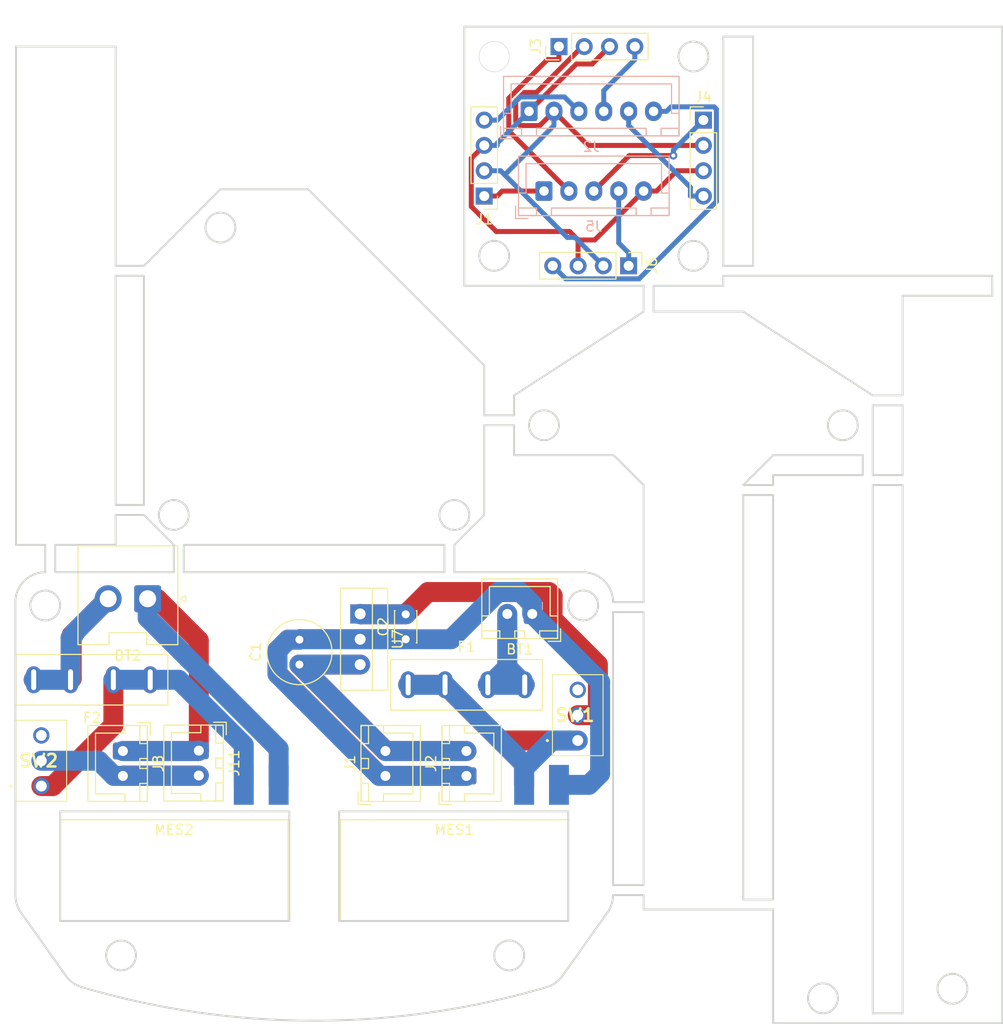
<source format=kicad_pcb>
(kicad_pcb (version 20171130) (host pcbnew "(5.1.10)-1")

  (general
    (thickness 1.6)
    (drawings 118)
    (tracks 169)
    (zones 0)
    (modules 21)
    (nets 10)
  )

  (page A4)
  (layers
    (0 F.Cu signal)
    (31 B.Cu signal)
    (32 B.Adhes user)
    (33 F.Adhes user)
    (34 B.Paste user)
    (35 F.Paste user)
    (36 B.SilkS user)
    (37 F.SilkS user)
    (38 B.Mask user)
    (39 F.Mask user)
    (40 Dwgs.User user)
    (41 Cmts.User user)
    (42 Eco1.User user)
    (43 Eco2.User user)
    (44 Edge.Cuts user)
    (45 Margin user)
    (46 B.CrtYd user)
    (47 F.CrtYd user)
    (48 B.Fab user)
    (49 F.Fab user)
  )

  (setup
    (last_trace_width 0.25)
    (user_trace_width 0.5)
    (user_trace_width 1.5)
    (user_trace_width 3)
    (user_trace_width 0.2)
    (user_trace_width 0.3)
    (user_trace_width 0.45)
    (user_trace_width 0.6)
    (user_trace_width 0.9)
    (user_trace_width 1.2)
    (user_trace_width 2)
    (trace_clearance 0.2)
    (zone_clearance 0.508)
    (zone_45_only no)
    (trace_min 0.2)
    (via_size 0.8)
    (via_drill 0.4)
    (via_min_size 0.4)
    (via_min_drill 0.3)
    (user_via 1.5 1)
    (uvia_size 0.3)
    (uvia_drill 0.1)
    (uvias_allowed no)
    (uvia_min_size 0.2)
    (uvia_min_drill 0.1)
    (edge_width 0.05)
    (segment_width 0.2)
    (pcb_text_width 0.3)
    (pcb_text_size 1.5 1.5)
    (mod_edge_width 0.12)
    (mod_text_size 1 1)
    (mod_text_width 0.15)
    (pad_size 1.7 1.7)
    (pad_drill 1)
    (pad_to_mask_clearance 0)
    (aux_axis_origin 102.85626 109.06272)
    (grid_origin 178.037493 56.287484)
    (visible_elements 7FFFF7FF)
    (pcbplotparams
      (layerselection 0x010fc_ffffffff)
      (usegerberextensions false)
      (usegerberattributes true)
      (usegerberadvancedattributes true)
      (creategerberjobfile true)
      (excludeedgelayer true)
      (linewidth 0.100000)
      (plotframeref false)
      (viasonmask false)
      (mode 1)
      (useauxorigin false)
      (hpglpennumber 1)
      (hpglpenspeed 20)
      (hpglpendiameter 15.000000)
      (psnegative false)
      (psa4output false)
      (plotreference true)
      (plotvalue true)
      (plotinvisibletext false)
      (padsonsilk false)
      (subtractmaskfromsilk false)
      (outputformat 1)
      (mirror false)
      (drillshape 1)
      (scaleselection 1)
      (outputdirectory ""))
  )

  (net 0 "")
  (net 1 "Net-(BT1-Pad2)")
  (net 2 GND)
  (net 3 "Net-(BT2-Pad2)")
  (net 4 GND1)
  (net 5 +5V)
  (net 6 "Net-(F1-Pad2)")
  (net 7 "Net-(F2-Pad2)")
  (net 8 +12V)
  (net 9 "Net-(C2-Pad2)")

  (net_class Default "これはデフォルトのネット クラスです。"
    (clearance 0.2)
    (trace_width 0.25)
    (via_dia 0.8)
    (via_drill 0.4)
    (uvia_dia 0.3)
    (uvia_drill 0.1)
    (add_net +12V)
    (add_net +5V)
    (add_net GND)
    (add_net GND1)
    (add_net "Net-(BT1-Pad2)")
    (add_net "Net-(BT2-Pad2)")
    (add_net "Net-(C2-Pad2)")
    (add_net "Net-(F1-Pad2)")
    (add_net "Net-(F2-Pad2)")
  )

  (module Capacitor_THT:C_Disc_D3.0mm_W2.0mm_P2.50mm (layer F.Cu) (tedit 5AE50EF0) (tstamp 618F135C)
    (at 169.155006 114.758167 90)
    (descr "C, Disc series, Radial, pin pitch=2.50mm, , diameter*width=3*2mm^2, Capacitor")
    (tags "C Disc series Radial pin pitch 2.50mm  diameter 3mm width 2mm Capacitor")
    (path /60E87100)
    (fp_text reference C2 (at 1.25 -2.25 90) (layer F.SilkS)
      (effects (font (size 1 1) (thickness 0.15)))
    )
    (fp_text value C (at 1.25 2.25 90) (layer F.Fab)
      (effects (font (size 1 1) (thickness 0.15)))
    )
    (fp_line (start -0.25 -1) (end -0.25 1) (layer F.Fab) (width 0.1))
    (fp_line (start -0.25 1) (end 2.75 1) (layer F.Fab) (width 0.1))
    (fp_line (start 2.75 1) (end 2.75 -1) (layer F.Fab) (width 0.1))
    (fp_line (start 2.75 -1) (end -0.25 -1) (layer F.Fab) (width 0.1))
    (fp_line (start -0.37 -1.12) (end 2.87 -1.12) (layer F.SilkS) (width 0.12))
    (fp_line (start -0.37 1.12) (end 2.87 1.12) (layer F.SilkS) (width 0.12))
    (fp_line (start -0.37 -1.12) (end -0.37 -1.055) (layer F.SilkS) (width 0.12))
    (fp_line (start -0.37 1.055) (end -0.37 1.12) (layer F.SilkS) (width 0.12))
    (fp_line (start 2.87 -1.12) (end 2.87 -1.055) (layer F.SilkS) (width 0.12))
    (fp_line (start 2.87 1.055) (end 2.87 1.12) (layer F.SilkS) (width 0.12))
    (fp_line (start -1.05 -1.25) (end -1.05 1.25) (layer F.CrtYd) (width 0.05))
    (fp_line (start -1.05 1.25) (end 3.55 1.25) (layer F.CrtYd) (width 0.05))
    (fp_line (start 3.55 1.25) (end 3.55 -1.25) (layer F.CrtYd) (width 0.05))
    (fp_line (start 3.55 -1.25) (end -1.05 -1.25) (layer F.CrtYd) (width 0.05))
    (fp_text user %R (at 1.25 0 90) (layer F.Fab)
      (effects (font (size 0.6 0.6) (thickness 0.09)))
    )
    (pad 1 thru_hole circle (at 0 0 90) (size 1.6 1.6) (drill 0.8) (layers *.Cu *.Mask)
      (net 2 GND))
    (pad 2 thru_hole circle (at 2.5 0 90) (size 1.6 1.6) (drill 0.8) (layers *.Cu *.Mask)
      (net 9 "Net-(C2-Pad2)"))
    (model ${KISYS3DMOD}/Capacitor_THT.3dshapes/C_Disc_D3.0mm_W2.0mm_P2.50mm.wrl
      (at (xyz 0 0 0))
      (scale (xyz 1 1 1))
      (rotate (xyz 0 0 0))
    )
  )

  (module Connector_JST:JST_XH_B2B-XH-A_1x02_P2.50mm_Vertical (layer F.Cu) (tedit 5C28146C) (tstamp 618F1334)
    (at 140.767005 125.974167 270)
    (descr "JST XH series connector, B2B-XH-A (http://www.jst-mfg.com/product/pdf/eng/eXH.pdf), generated with kicad-footprint-generator")
    (tags "connector JST XH vertical")
    (path /60F82976)
    (fp_text reference J8 (at 1.25 -3.55 90) (layer F.SilkS)
      (effects (font (size 1 1) (thickness 0.15)))
    )
    (fp_text value Conn_01x02 (at 1.25 4.6 90) (layer F.Fab)
      (effects (font (size 1 1) (thickness 0.15)))
    )
    (fp_line (start -2.45 -2.35) (end -2.45 3.4) (layer F.Fab) (width 0.1))
    (fp_line (start -2.45 3.4) (end 4.95 3.4) (layer F.Fab) (width 0.1))
    (fp_line (start 4.95 3.4) (end 4.95 -2.35) (layer F.Fab) (width 0.1))
    (fp_line (start 4.95 -2.35) (end -2.45 -2.35) (layer F.Fab) (width 0.1))
    (fp_line (start -2.56 -2.46) (end -2.56 3.51) (layer F.SilkS) (width 0.12))
    (fp_line (start -2.56 3.51) (end 5.06 3.51) (layer F.SilkS) (width 0.12))
    (fp_line (start 5.06 3.51) (end 5.06 -2.46) (layer F.SilkS) (width 0.12))
    (fp_line (start 5.06 -2.46) (end -2.56 -2.46) (layer F.SilkS) (width 0.12))
    (fp_line (start -2.95 -2.85) (end -2.95 3.9) (layer F.CrtYd) (width 0.05))
    (fp_line (start -2.95 3.9) (end 5.45 3.9) (layer F.CrtYd) (width 0.05))
    (fp_line (start 5.45 3.9) (end 5.45 -2.85) (layer F.CrtYd) (width 0.05))
    (fp_line (start 5.45 -2.85) (end -2.95 -2.85) (layer F.CrtYd) (width 0.05))
    (fp_line (start -0.625 -2.35) (end 0 -1.35) (layer F.Fab) (width 0.1))
    (fp_line (start 0 -1.35) (end 0.625 -2.35) (layer F.Fab) (width 0.1))
    (fp_line (start 0.75 -2.45) (end 0.75 -1.7) (layer F.SilkS) (width 0.12))
    (fp_line (start 0.75 -1.7) (end 1.75 -1.7) (layer F.SilkS) (width 0.12))
    (fp_line (start 1.75 -1.7) (end 1.75 -2.45) (layer F.SilkS) (width 0.12))
    (fp_line (start 1.75 -2.45) (end 0.75 -2.45) (layer F.SilkS) (width 0.12))
    (fp_line (start -2.55 -2.45) (end -2.55 -1.7) (layer F.SilkS) (width 0.12))
    (fp_line (start -2.55 -1.7) (end -0.75 -1.7) (layer F.SilkS) (width 0.12))
    (fp_line (start -0.75 -1.7) (end -0.75 -2.45) (layer F.SilkS) (width 0.12))
    (fp_line (start -0.75 -2.45) (end -2.55 -2.45) (layer F.SilkS) (width 0.12))
    (fp_line (start 3.25 -2.45) (end 3.25 -1.7) (layer F.SilkS) (width 0.12))
    (fp_line (start 3.25 -1.7) (end 5.05 -1.7) (layer F.SilkS) (width 0.12))
    (fp_line (start 5.05 -1.7) (end 5.05 -2.45) (layer F.SilkS) (width 0.12))
    (fp_line (start 5.05 -2.45) (end 3.25 -2.45) (layer F.SilkS) (width 0.12))
    (fp_line (start -2.55 -0.2) (end -1.8 -0.2) (layer F.SilkS) (width 0.12))
    (fp_line (start -1.8 -0.2) (end -1.8 2.75) (layer F.SilkS) (width 0.12))
    (fp_line (start -1.8 2.75) (end 1.25 2.75) (layer F.SilkS) (width 0.12))
    (fp_line (start 5.05 -0.2) (end 4.3 -0.2) (layer F.SilkS) (width 0.12))
    (fp_line (start 4.3 -0.2) (end 4.3 2.75) (layer F.SilkS) (width 0.12))
    (fp_line (start 4.3 2.75) (end 1.25 2.75) (layer F.SilkS) (width 0.12))
    (fp_line (start -1.6 -2.75) (end -2.85 -2.75) (layer F.SilkS) (width 0.12))
    (fp_line (start -2.85 -2.75) (end -2.85 -1.5) (layer F.SilkS) (width 0.12))
    (fp_text user %R (at 1.25 2.7 90) (layer F.Fab)
      (effects (font (size 1 1) (thickness 0.15)))
    )
    (pad 1 thru_hole roundrect (at 0 0 270) (size 1.7 2) (drill 1) (layers *.Cu *.Mask) (roundrect_rratio 0.147059)
      (net 4 GND1))
    (pad 2 thru_hole oval (at 2.5 0 270) (size 1.7 2) (drill 1) (layers *.Cu *.Mask)
      (net 8 +12V))
    (model ${KISYS3DMOD}/Connector_JST.3dshapes/JST_XH_B2B-XH-A_1x02_P2.50mm_Vertical.wrl
      (at (xyz 0 0 0))
      (scale (xyz 1 1 1))
      (rotate (xyz 0 0 0))
    )
  )

  (module herakuresu2022:voltage_counter (layer F.Cu) (tedit 618B8EF1) (tstamp 618F1329)
    (at 145.901006 132.870167)
    (path /60F28097)
    (fp_text reference MES2 (at 0 1.016) (layer F.SilkS)
      (effects (font (size 1 1) (thickness 0.15)))
    )
    (fp_text value Voltmeter_DC (at 0 11.684) (layer F.Fab)
      (effects (font (size 1 1) (thickness 0.15)))
    )
    (fp_line (start -11.43 0) (end 0 0) (layer F.SilkS) (width 0.12))
    (fp_line (start -11.43 10.16) (end -11.43 0) (layer F.SilkS) (width 0.12))
    (fp_line (start 0 10.16) (end -11.43 10.16) (layer F.SilkS) (width 0.12))
    (fp_line (start 11.43 10.16) (end 0 10.16) (layer F.SilkS) (width 0.12))
    (fp_line (start 11.43 0) (end 11.43 10.16) (layer F.SilkS) (width 0.12))
    (fp_line (start 0 0) (end 11.43 0) (layer F.SilkS) (width 0.12))
    (pad 2 smd rect (at 7 -3.5) (size 2 4) (layers B.Cu B.Paste B.Mask)
      (net 7 "Net-(F2-Pad2)"))
    (pad 1 smd rect (at 10.5 -3.5) (size 2 4) (layers B.Cu B.Paste B.Mask)
      (net 4 GND1))
  )

  (module herakuresu2022:2MS1T2B4M2QES (layer F.Cu) (tedit 0) (tstamp 618F1310)
    (at 186.427006 124.918167)
    (descr 2MS1T2B4M2QES-1)
    (tags Switch)
    (path /60F28D8E)
    (fp_text reference SW1 (at -0.28 -2.54) (layer F.SilkS)
      (effects (font (size 1.27 1.27) (thickness 0.254)))
    )
    (fp_text value SW_DIP_x01 (at -0.28 -2.54) (layer F.SilkS) hide
      (effects (font (size 1.27 1.27) (thickness 0.254)))
    )
    (fp_line (start -2.54 -6.605) (end 2.54 -6.605) (layer F.Fab) (width 0.2))
    (fp_line (start 2.54 -6.605) (end 2.54 1.525) (layer F.Fab) (width 0.2))
    (fp_line (start 2.54 1.525) (end -2.54 1.525) (layer F.Fab) (width 0.2))
    (fp_line (start -2.54 1.525) (end -2.54 -6.605) (layer F.Fab) (width 0.2))
    (fp_line (start -2.54 1.525) (end 2.54 1.525) (layer F.SilkS) (width 0.1))
    (fp_line (start 2.54 1.525) (end 2.54 -6.605) (layer F.SilkS) (width 0.1))
    (fp_line (start 2.54 -6.605) (end -2.54 -6.605) (layer F.SilkS) (width 0.1))
    (fp_line (start -2.54 -6.605) (end -2.54 1.525) (layer F.SilkS) (width 0.1))
    (fp_line (start -4.1 -7.605) (end 3.54 -7.605) (layer F.CrtYd) (width 0.1))
    (fp_line (start 3.54 -7.605) (end 3.54 2.525) (layer F.CrtYd) (width 0.1))
    (fp_line (start 3.54 2.525) (end -4.1 2.525) (layer F.CrtYd) (width 0.1))
    (fp_line (start -4.1 2.525) (end -4.1 -7.605) (layer F.CrtYd) (width 0.1))
    (fp_line (start -3.1 0) (end -3.1 0) (layer F.SilkS) (width 0.2))
    (fp_line (start -3 0) (end -3 0) (layer F.SilkS) (width 0.2))
    (fp_line (start -3.1 0) (end -3.1 0) (layer F.SilkS) (width 0.2))
    (fp_text user %R (at -0.28 -2.54) (layer F.Fab)
      (effects (font (size 1.27 1.27) (thickness 0.254)))
    )
    (fp_arc (start -3.05 0) (end -3.1 0) (angle -180) (layer F.SilkS) (width 0.2))
    (fp_arc (start -3.05 0) (end -3 0) (angle -180) (layer F.SilkS) (width 0.2))
    (fp_arc (start -3.05 0) (end -3.1 0) (angle -180) (layer F.SilkS) (width 0.2))
    (pad 1 thru_hole circle (at 0 0) (size 1.635 1.635) (drill 1.09) (layers *.Cu *.Mask)
      (net 6 "Net-(F1-Pad2)"))
    (pad 2 thru_hole circle (at 0 -2.54) (size 1.635 1.635) (drill 1.09) (layers *.Cu *.Mask)
      (net 9 "Net-(C2-Pad2)"))
    (pad 3 thru_hole circle (at 0 -5.08) (size 1.635 1.635) (drill 1.09) (layers *.Cu *.Mask))
    (model 2MS1T2B4M2QES.stp
      (at (xyz 0 0 0))
      (scale (xyz 1 1 1))
      (rotate (xyz 0 0 0))
    )
  )

  (module Connector_JST:JST_XH_B2B-XH-A_1x02_P2.50mm_Vertical (layer F.Cu) (tedit 5C28146C) (tstamp 618F12E8)
    (at 167.123006 128.474167 90)
    (descr "JST XH series connector, B2B-XH-A (http://www.jst-mfg.com/product/pdf/eng/eXH.pdf), generated with kicad-footprint-generator")
    (tags "connector JST XH vertical")
    (path /60EC3173)
    (fp_text reference J1 (at 1.25 -3.55 90) (layer F.SilkS)
      (effects (font (size 1 1) (thickness 0.15)))
    )
    (fp_text value Conn_01x02 (at 1.25 4.6 90) (layer F.Fab)
      (effects (font (size 1 1) (thickness 0.15)))
    )
    (fp_line (start -2.45 -2.35) (end -2.45 3.4) (layer F.Fab) (width 0.1))
    (fp_line (start -2.45 3.4) (end 4.95 3.4) (layer F.Fab) (width 0.1))
    (fp_line (start 4.95 3.4) (end 4.95 -2.35) (layer F.Fab) (width 0.1))
    (fp_line (start 4.95 -2.35) (end -2.45 -2.35) (layer F.Fab) (width 0.1))
    (fp_line (start -2.56 -2.46) (end -2.56 3.51) (layer F.SilkS) (width 0.12))
    (fp_line (start -2.56 3.51) (end 5.06 3.51) (layer F.SilkS) (width 0.12))
    (fp_line (start 5.06 3.51) (end 5.06 -2.46) (layer F.SilkS) (width 0.12))
    (fp_line (start 5.06 -2.46) (end -2.56 -2.46) (layer F.SilkS) (width 0.12))
    (fp_line (start -2.95 -2.85) (end -2.95 3.9) (layer F.CrtYd) (width 0.05))
    (fp_line (start -2.95 3.9) (end 5.45 3.9) (layer F.CrtYd) (width 0.05))
    (fp_line (start 5.45 3.9) (end 5.45 -2.85) (layer F.CrtYd) (width 0.05))
    (fp_line (start 5.45 -2.85) (end -2.95 -2.85) (layer F.CrtYd) (width 0.05))
    (fp_line (start -0.625 -2.35) (end 0 -1.35) (layer F.Fab) (width 0.1))
    (fp_line (start 0 -1.35) (end 0.625 -2.35) (layer F.Fab) (width 0.1))
    (fp_line (start 0.75 -2.45) (end 0.75 -1.7) (layer F.SilkS) (width 0.12))
    (fp_line (start 0.75 -1.7) (end 1.75 -1.7) (layer F.SilkS) (width 0.12))
    (fp_line (start 1.75 -1.7) (end 1.75 -2.45) (layer F.SilkS) (width 0.12))
    (fp_line (start 1.75 -2.45) (end 0.75 -2.45) (layer F.SilkS) (width 0.12))
    (fp_line (start -2.55 -2.45) (end -2.55 -1.7) (layer F.SilkS) (width 0.12))
    (fp_line (start -2.55 -1.7) (end -0.75 -1.7) (layer F.SilkS) (width 0.12))
    (fp_line (start -0.75 -1.7) (end -0.75 -2.45) (layer F.SilkS) (width 0.12))
    (fp_line (start -0.75 -2.45) (end -2.55 -2.45) (layer F.SilkS) (width 0.12))
    (fp_line (start 3.25 -2.45) (end 3.25 -1.7) (layer F.SilkS) (width 0.12))
    (fp_line (start 3.25 -1.7) (end 5.05 -1.7) (layer F.SilkS) (width 0.12))
    (fp_line (start 5.05 -1.7) (end 5.05 -2.45) (layer F.SilkS) (width 0.12))
    (fp_line (start 5.05 -2.45) (end 3.25 -2.45) (layer F.SilkS) (width 0.12))
    (fp_line (start -2.55 -0.2) (end -1.8 -0.2) (layer F.SilkS) (width 0.12))
    (fp_line (start -1.8 -0.2) (end -1.8 2.75) (layer F.SilkS) (width 0.12))
    (fp_line (start -1.8 2.75) (end 1.25 2.75) (layer F.SilkS) (width 0.12))
    (fp_line (start 5.05 -0.2) (end 4.3 -0.2) (layer F.SilkS) (width 0.12))
    (fp_line (start 4.3 -0.2) (end 4.3 2.75) (layer F.SilkS) (width 0.12))
    (fp_line (start 4.3 2.75) (end 1.25 2.75) (layer F.SilkS) (width 0.12))
    (fp_line (start -1.6 -2.75) (end -2.85 -2.75) (layer F.SilkS) (width 0.12))
    (fp_line (start -2.85 -2.75) (end -2.85 -1.5) (layer F.SilkS) (width 0.12))
    (fp_text user %R (at 1.25 2.7 90) (layer F.Fab)
      (effects (font (size 1 1) (thickness 0.15)))
    )
    (pad 1 thru_hole roundrect (at 0 0 90) (size 1.7 2) (drill 1) (layers *.Cu *.Mask) (roundrect_rratio 0.147059)
      (net 2 GND))
    (pad 2 thru_hole oval (at 2.5 0 90) (size 1.7 2) (drill 1) (layers *.Cu *.Mask)
      (net 5 +5V))
    (model ${KISYS3DMOD}/Connector_JST.3dshapes/JST_XH_B2B-XH-A_1x02_P2.50mm_Vertical.wrl
      (at (xyz 0 0 0))
      (scale (xyz 1 1 1))
      (rotate (xyz 0 0 0))
    )
  )

  (module Package_TO_SOT_THT:TO-262-3_Vertical (layer F.Cu) (tedit 5ACA203F) (tstamp 618F12D3)
    (at 164.583006 112.218167 270)
    (descr "TO-262-3, Vertical, RM 2.54mm, IIPAK, I2PAK, see http://www.onsemi.com/pub/Collateral/EN8586-D.PDF")
    (tags "TO-262-3 Vertical RM 2.54mm IIPAK I2PAK")
    (path /60E831AF)
    (fp_text reference U7 (at 2.54 -3.77 90) (layer F.SilkS)
      (effects (font (size 1 1) (thickness 0.15)))
    )
    (fp_text value LF33_TO252 (at 2.54 3.1 90) (layer F.Fab)
      (effects (font (size 1 1) (thickness 0.15)))
    )
    (fp_line (start -2.46 -2.65) (end -2.46 1.85) (layer F.Fab) (width 0.1))
    (fp_line (start -2.46 1.85) (end 7.54 1.85) (layer F.Fab) (width 0.1))
    (fp_line (start 7.54 1.85) (end 7.54 -2.65) (layer F.Fab) (width 0.1))
    (fp_line (start 7.54 -2.65) (end -2.46 -2.65) (layer F.Fab) (width 0.1))
    (fp_line (start -2.46 -1.35) (end 7.54 -1.35) (layer F.Fab) (width 0.1))
    (fp_line (start -2.58 -2.77) (end 7.66 -2.77) (layer F.SilkS) (width 0.12))
    (fp_line (start -2.58 1.971) (end 7.66 1.971) (layer F.SilkS) (width 0.12))
    (fp_line (start -2.58 -2.77) (end -2.58 1.971) (layer F.SilkS) (width 0.12))
    (fp_line (start 7.66 -2.77) (end 7.66 1.971) (layer F.SilkS) (width 0.12))
    (fp_line (start -2.58 -1.23) (end 7.66 -1.23) (layer F.SilkS) (width 0.12))
    (fp_line (start -2.71 -2.9) (end -2.71 2.1) (layer F.CrtYd) (width 0.05))
    (fp_line (start -2.71 2.1) (end 7.79 2.1) (layer F.CrtYd) (width 0.05))
    (fp_line (start 7.79 2.1) (end 7.79 -2.9) (layer F.CrtYd) (width 0.05))
    (fp_line (start 7.79 -2.9) (end -2.71 -2.9) (layer F.CrtYd) (width 0.05))
    (fp_text user %R (at 2.54 -3.77 90) (layer F.Fab)
      (effects (font (size 1 1) (thickness 0.15)))
    )
    (pad 1 thru_hole rect (at 0 0 270) (size 1.905 2) (drill 1.1) (layers *.Cu *.Mask)
      (net 9 "Net-(C2-Pad2)"))
    (pad 2 thru_hole oval (at 2.54 0 270) (size 1.905 2) (drill 1.1) (layers *.Cu *.Mask)
      (net 2 GND))
    (pad 3 thru_hole oval (at 5.08 0 270) (size 1.905 2) (drill 1.1) (layers *.Cu *.Mask)
      (net 5 +5V))
    (model ${KISYS3DMOD}/Package_TO_SOT_THT.3dshapes/TO-262-3_Vertical.wrl
      (at (xyz 0 0 0))
      (scale (xyz 1 1 1))
      (rotate (xyz 0 0 0))
    )
  )

  (module herakuresu2022:fuse_socket (layer F.Cu) (tedit 60F132A9) (tstamp 618F12C6)
    (at 137.659006 116.282167)
    (path /60F2808A)
    (fp_text reference F2 (at 0 6.35) (layer F.SilkS)
      (effects (font (size 1 1) (thickness 0.15)))
    )
    (fp_text value Fuse (at 0 -1.27) (layer F.Fab)
      (effects (font (size 1 1) (thickness 0.15)))
    )
    (fp_line (start 0 0) (end -7.62 0) (layer F.SilkS) (width 0.12))
    (fp_line (start -7.62 0) (end -7.62 5.08) (layer F.SilkS) (width 0.12))
    (fp_line (start -7.62 5.08) (end 0 5.08) (layer F.SilkS) (width 0.12))
    (fp_line (start 0 5.08) (end 7.62 5.08) (layer F.SilkS) (width 0.12))
    (fp_line (start 7.62 5.08) (end 7.62 0) (layer F.SilkS) (width 0.12))
    (fp_line (start 7.62 0) (end 0 0) (layer F.SilkS) (width 0.12))
    (pad 2 thru_hole oval (at 5.85 2.54) (size 1.5 2.7) (drill oval 0.5 2.1) (layers *.Cu *.Mask)
      (net 7 "Net-(F2-Pad2)"))
    (pad 2 thru_hole oval (at 2.15 2.54) (size 1.5 2.7) (drill oval 0.5 2.1) (layers *.Cu *.Mask)
      (net 7 "Net-(F2-Pad2)"))
    (pad 1 thru_hole oval (at -2.15 2.54) (size 1.5 2.7) (drill oval 0.5 2.1) (layers *.Cu *.Mask)
      (net 3 "Net-(BT2-Pad2)"))
    (pad 1 thru_hole oval (at -5.85 2.54) (size 1.5 2.7) (drill oval 0.5 2.1) (layers *.Cu *.Mask)
      (net 3 "Net-(BT2-Pad2)"))
  )

  (module herakuresu2022:voltage_counter (layer F.Cu) (tedit 618B8F06) (tstamp 618F12BB)
    (at 174.041005 132.870167)
    (path /60EA8613)
    (fp_text reference MES1 (at 0 1.016) (layer F.SilkS)
      (effects (font (size 1 1) (thickness 0.15)))
    )
    (fp_text value Voltmeter_DC (at 0 11.684) (layer F.Fab)
      (effects (font (size 1 1) (thickness 0.15)))
    )
    (fp_line (start -11.43 0) (end 0 0) (layer F.SilkS) (width 0.12))
    (fp_line (start -11.43 10.16) (end -11.43 0) (layer F.SilkS) (width 0.12))
    (fp_line (start 0 10.16) (end -11.43 10.16) (layer F.SilkS) (width 0.12))
    (fp_line (start 11.43 10.16) (end 0 10.16) (layer F.SilkS) (width 0.12))
    (fp_line (start 11.43 0) (end 11.43 10.16) (layer F.SilkS) (width 0.12))
    (fp_line (start 0 0) (end 11.43 0) (layer F.SilkS) (width 0.12))
    (pad 2 smd rect (at 7 -3.5) (size 2 4) (layers B.Cu B.Paste B.Mask)
      (net 6 "Net-(F1-Pad2)"))
    (pad 1 smd rect (at 10.5 -3.5) (size 2 4) (layers B.Cu B.Paste B.Mask)
      (net 2 GND))
  )

  (module herakuresu2022:2MS1T2B4M2QES (layer F.Cu) (tedit 0) (tstamp 618F12A2)
    (at 132.579006 129.490167)
    (descr 2MS1T2B4M2QES-1)
    (tags Switch)
    (path /60F2C7FB)
    (fp_text reference SW2 (at -0.28 -2.54) (layer F.SilkS)
      (effects (font (size 1.27 1.27) (thickness 0.254)))
    )
    (fp_text value SW_DIP_x01 (at 0 -1.524) (layer F.SilkS) hide
      (effects (font (size 1.27 1.27) (thickness 0.254)))
    )
    (fp_line (start -2.54 -6.605) (end 2.54 -6.605) (layer F.Fab) (width 0.2))
    (fp_line (start 2.54 -6.605) (end 2.54 1.525) (layer F.Fab) (width 0.2))
    (fp_line (start 2.54 1.525) (end -2.54 1.525) (layer F.Fab) (width 0.2))
    (fp_line (start -2.54 1.525) (end -2.54 -6.605) (layer F.Fab) (width 0.2))
    (fp_line (start -2.54 1.525) (end 2.54 1.525) (layer F.SilkS) (width 0.1))
    (fp_line (start 2.54 1.525) (end 2.54 -6.605) (layer F.SilkS) (width 0.1))
    (fp_line (start 2.54 -6.605) (end -2.54 -6.605) (layer F.SilkS) (width 0.1))
    (fp_line (start -2.54 -6.605) (end -2.54 1.525) (layer F.SilkS) (width 0.1))
    (fp_line (start -4.1 -7.605) (end 3.54 -7.605) (layer F.CrtYd) (width 0.1))
    (fp_line (start 3.54 -7.605) (end 3.54 2.525) (layer F.CrtYd) (width 0.1))
    (fp_line (start 3.54 2.525) (end -4.1 2.525) (layer F.CrtYd) (width 0.1))
    (fp_line (start -4.1 2.525) (end -4.1 -7.605) (layer F.CrtYd) (width 0.1))
    (fp_line (start -3.1 0) (end -3.1 0) (layer F.SilkS) (width 0.2))
    (fp_line (start -3 0) (end -3 0) (layer F.SilkS) (width 0.2))
    (fp_line (start -3.1 0) (end -3.1 0) (layer F.SilkS) (width 0.2))
    (fp_text user %R (at -0.28 -2.54) (layer F.Fab)
      (effects (font (size 1.27 1.27) (thickness 0.254)))
    )
    (fp_arc (start -3.05 0) (end -3.1 0) (angle -180) (layer F.SilkS) (width 0.2))
    (fp_arc (start -3.05 0) (end -3 0) (angle -180) (layer F.SilkS) (width 0.2))
    (fp_arc (start -3.05 0) (end -3.1 0) (angle -180) (layer F.SilkS) (width 0.2))
    (pad 1 thru_hole circle (at 0 0) (size 1.635 1.635) (drill 1.09) (layers *.Cu *.Mask)
      (net 7 "Net-(F2-Pad2)"))
    (pad 2 thru_hole circle (at 0 -2.54) (size 1.635 1.635) (drill 1.09) (layers *.Cu *.Mask)
      (net 8 +12V))
    (pad 3 thru_hole circle (at 0 -5.08) (size 1.635 1.635) (drill 1.09) (layers *.Cu *.Mask))
    (model 2MS1T2B4M2QES.stp
      (at (xyz 0 0 0))
      (scale (xyz 1 1 1))
      (rotate (xyz 0 0 0))
    )
  )

  (module Connector_JST:JST_XH_B2B-XH-A_1x02_P2.50mm_Vertical (layer F.Cu) (tedit 5C28146C) (tstamp 618F127A)
    (at 181.855006 112.218167 180)
    (descr "JST XH series connector, B2B-XH-A (http://www.jst-mfg.com/product/pdf/eng/eXH.pdf), generated with kicad-footprint-generator")
    (tags "connector JST XH vertical")
    (path /60F574DA)
    (fp_text reference BT1 (at 1.25 -3.55) (layer F.SilkS)
      (effects (font (size 1 1) (thickness 0.15)))
    )
    (fp_text value Battery (at 1.25 4.6) (layer F.Fab)
      (effects (font (size 1 1) (thickness 0.15)))
    )
    (fp_line (start -2.45 -2.35) (end -2.45 3.4) (layer F.Fab) (width 0.1))
    (fp_line (start -2.45 3.4) (end 4.95 3.4) (layer F.Fab) (width 0.1))
    (fp_line (start 4.95 3.4) (end 4.95 -2.35) (layer F.Fab) (width 0.1))
    (fp_line (start 4.95 -2.35) (end -2.45 -2.35) (layer F.Fab) (width 0.1))
    (fp_line (start -2.56 -2.46) (end -2.56 3.51) (layer F.SilkS) (width 0.12))
    (fp_line (start -2.56 3.51) (end 5.06 3.51) (layer F.SilkS) (width 0.12))
    (fp_line (start 5.06 3.51) (end 5.06 -2.46) (layer F.SilkS) (width 0.12))
    (fp_line (start 5.06 -2.46) (end -2.56 -2.46) (layer F.SilkS) (width 0.12))
    (fp_line (start -2.95 -2.85) (end -2.95 3.9) (layer F.CrtYd) (width 0.05))
    (fp_line (start -2.95 3.9) (end 5.45 3.9) (layer F.CrtYd) (width 0.05))
    (fp_line (start 5.45 3.9) (end 5.45 -2.85) (layer F.CrtYd) (width 0.05))
    (fp_line (start 5.45 -2.85) (end -2.95 -2.85) (layer F.CrtYd) (width 0.05))
    (fp_line (start -0.625 -2.35) (end 0 -1.35) (layer F.Fab) (width 0.1))
    (fp_line (start 0 -1.35) (end 0.625 -2.35) (layer F.Fab) (width 0.1))
    (fp_line (start 0.75 -2.45) (end 0.75 -1.7) (layer F.SilkS) (width 0.12))
    (fp_line (start 0.75 -1.7) (end 1.75 -1.7) (layer F.SilkS) (width 0.12))
    (fp_line (start 1.75 -1.7) (end 1.75 -2.45) (layer F.SilkS) (width 0.12))
    (fp_line (start 1.75 -2.45) (end 0.75 -2.45) (layer F.SilkS) (width 0.12))
    (fp_line (start -2.55 -2.45) (end -2.55 -1.7) (layer F.SilkS) (width 0.12))
    (fp_line (start -2.55 -1.7) (end -0.75 -1.7) (layer F.SilkS) (width 0.12))
    (fp_line (start -0.75 -1.7) (end -0.75 -2.45) (layer F.SilkS) (width 0.12))
    (fp_line (start -0.75 -2.45) (end -2.55 -2.45) (layer F.SilkS) (width 0.12))
    (fp_line (start 3.25 -2.45) (end 3.25 -1.7) (layer F.SilkS) (width 0.12))
    (fp_line (start 3.25 -1.7) (end 5.05 -1.7) (layer F.SilkS) (width 0.12))
    (fp_line (start 5.05 -1.7) (end 5.05 -2.45) (layer F.SilkS) (width 0.12))
    (fp_line (start 5.05 -2.45) (end 3.25 -2.45) (layer F.SilkS) (width 0.12))
    (fp_line (start -2.55 -0.2) (end -1.8 -0.2) (layer F.SilkS) (width 0.12))
    (fp_line (start -1.8 -0.2) (end -1.8 2.75) (layer F.SilkS) (width 0.12))
    (fp_line (start -1.8 2.75) (end 1.25 2.75) (layer F.SilkS) (width 0.12))
    (fp_line (start 5.05 -0.2) (end 4.3 -0.2) (layer F.SilkS) (width 0.12))
    (fp_line (start 4.3 -0.2) (end 4.3 2.75) (layer F.SilkS) (width 0.12))
    (fp_line (start 4.3 2.75) (end 1.25 2.75) (layer F.SilkS) (width 0.12))
    (fp_line (start -1.6 -2.75) (end -2.85 -2.75) (layer F.SilkS) (width 0.12))
    (fp_line (start -2.85 -2.75) (end -2.85 -1.5) (layer F.SilkS) (width 0.12))
    (fp_text user %R (at 1.25 2.7) (layer F.Fab)
      (effects (font (size 1 1) (thickness 0.15)))
    )
    (pad 1 thru_hole roundrect (at 0 0 180) (size 1.7 2) (drill 1) (layers *.Cu *.Mask) (roundrect_rratio 0.147059)
      (net 2 GND))
    (pad 2 thru_hole oval (at 2.5 0 180) (size 1.7 2) (drill 1) (layers *.Cu *.Mask)
      (net 1 "Net-(BT1-Pad2)"))
    (model ${KISYS3DMOD}/Connector_JST.3dshapes/JST_XH_B2B-XH-A_1x02_P2.50mm_Vertical.wrl
      (at (xyz 0 0 0))
      (scale (xyz 1 1 1))
      (rotate (xyz 0 0 0))
    )
  )

  (module Connector_JST:JST_XH_B2B-XH-A_1x02_P2.50mm_Vertical (layer F.Cu) (tedit 5C28146C) (tstamp 618F1252)
    (at 148.387005 125.934167 270)
    (descr "JST XH series connector, B2B-XH-A (http://www.jst-mfg.com/product/pdf/eng/eXH.pdf), generated with kicad-footprint-generator")
    (tags "connector JST XH vertical")
    (path /60F7DB8E)
    (fp_text reference J11 (at 1.25 -3.55 90) (layer F.SilkS)
      (effects (font (size 1 1) (thickness 0.15)))
    )
    (fp_text value Conn_01x02 (at 1.25 4.6 90) (layer F.Fab)
      (effects (font (size 1 1) (thickness 0.15)))
    )
    (fp_line (start -2.45 -2.35) (end -2.45 3.4) (layer F.Fab) (width 0.1))
    (fp_line (start -2.45 3.4) (end 4.95 3.4) (layer F.Fab) (width 0.1))
    (fp_line (start 4.95 3.4) (end 4.95 -2.35) (layer F.Fab) (width 0.1))
    (fp_line (start 4.95 -2.35) (end -2.45 -2.35) (layer F.Fab) (width 0.1))
    (fp_line (start -2.56 -2.46) (end -2.56 3.51) (layer F.SilkS) (width 0.12))
    (fp_line (start -2.56 3.51) (end 5.06 3.51) (layer F.SilkS) (width 0.12))
    (fp_line (start 5.06 3.51) (end 5.06 -2.46) (layer F.SilkS) (width 0.12))
    (fp_line (start 5.06 -2.46) (end -2.56 -2.46) (layer F.SilkS) (width 0.12))
    (fp_line (start -2.95 -2.85) (end -2.95 3.9) (layer F.CrtYd) (width 0.05))
    (fp_line (start -2.95 3.9) (end 5.45 3.9) (layer F.CrtYd) (width 0.05))
    (fp_line (start 5.45 3.9) (end 5.45 -2.85) (layer F.CrtYd) (width 0.05))
    (fp_line (start 5.45 -2.85) (end -2.95 -2.85) (layer F.CrtYd) (width 0.05))
    (fp_line (start -0.625 -2.35) (end 0 -1.35) (layer F.Fab) (width 0.1))
    (fp_line (start 0 -1.35) (end 0.625 -2.35) (layer F.Fab) (width 0.1))
    (fp_line (start 0.75 -2.45) (end 0.75 -1.7) (layer F.SilkS) (width 0.12))
    (fp_line (start 0.75 -1.7) (end 1.75 -1.7) (layer F.SilkS) (width 0.12))
    (fp_line (start 1.75 -1.7) (end 1.75 -2.45) (layer F.SilkS) (width 0.12))
    (fp_line (start 1.75 -2.45) (end 0.75 -2.45) (layer F.SilkS) (width 0.12))
    (fp_line (start -2.55 -2.45) (end -2.55 -1.7) (layer F.SilkS) (width 0.12))
    (fp_line (start -2.55 -1.7) (end -0.75 -1.7) (layer F.SilkS) (width 0.12))
    (fp_line (start -0.75 -1.7) (end -0.75 -2.45) (layer F.SilkS) (width 0.12))
    (fp_line (start -0.75 -2.45) (end -2.55 -2.45) (layer F.SilkS) (width 0.12))
    (fp_line (start 3.25 -2.45) (end 3.25 -1.7) (layer F.SilkS) (width 0.12))
    (fp_line (start 3.25 -1.7) (end 5.05 -1.7) (layer F.SilkS) (width 0.12))
    (fp_line (start 5.05 -1.7) (end 5.05 -2.45) (layer F.SilkS) (width 0.12))
    (fp_line (start 5.05 -2.45) (end 3.25 -2.45) (layer F.SilkS) (width 0.12))
    (fp_line (start -2.55 -0.2) (end -1.8 -0.2) (layer F.SilkS) (width 0.12))
    (fp_line (start -1.8 -0.2) (end -1.8 2.75) (layer F.SilkS) (width 0.12))
    (fp_line (start -1.8 2.75) (end 1.25 2.75) (layer F.SilkS) (width 0.12))
    (fp_line (start 5.05 -0.2) (end 4.3 -0.2) (layer F.SilkS) (width 0.12))
    (fp_line (start 4.3 -0.2) (end 4.3 2.75) (layer F.SilkS) (width 0.12))
    (fp_line (start 4.3 2.75) (end 1.25 2.75) (layer F.SilkS) (width 0.12))
    (fp_line (start -1.6 -2.75) (end -2.85 -2.75) (layer F.SilkS) (width 0.12))
    (fp_line (start -2.85 -2.75) (end -2.85 -1.5) (layer F.SilkS) (width 0.12))
    (fp_text user %R (at 1.25 2.7 90) (layer F.Fab)
      (effects (font (size 1 1) (thickness 0.15)))
    )
    (pad 1 thru_hole roundrect (at 0 0 270) (size 1.7 2) (drill 1) (layers *.Cu *.Mask) (roundrect_rratio 0.147059)
      (net 4 GND1))
    (pad 2 thru_hole oval (at 2.5 0 270) (size 1.7 2) (drill 1) (layers *.Cu *.Mask)
      (net 8 +12V))
    (model ${KISYS3DMOD}/Connector_JST.3dshapes/JST_XH_B2B-XH-A_1x02_P2.50mm_Vertical.wrl
      (at (xyz 0 0 0))
      (scale (xyz 1 1 1))
      (rotate (xyz 0 0 0))
    )
  )

  (module Connector_JST:JST_VH_B2P-VH-FB-B_1x02_P3.96mm_Vertical (layer F.Cu) (tedit 618CDA41) (tstamp 618F122F)
    (at 143.247006 110.694167 180)
    (descr "JST VH series connector, B2P-VH-FB-B, shrouded (http://www.jst-mfg.com/product/pdf/eng/eVH.pdf),  generated with kicad-footprint-generator")
    (tags "connector JST VH side entry")
    (path /60F5A722)
    (fp_text reference BT2 (at 1.98 -5.7 180) (layer F.SilkS)
      (effects (font (size 1 1) (thickness 0.15)))
    )
    (fp_text value Battery (at 1.98 6.4 180) (layer F.Fab)
      (effects (font (size 1 1) (thickness 0.15)))
    )
    (fp_line (start -2.92 5.2) (end -2.92 -4.5) (layer F.Fab) (width 0.1))
    (fp_line (start -2.92 -4.5) (end -0.02 -4.5) (layer F.Fab) (width 0.1))
    (fp_line (start -0.02 -4.5) (end -0.02 -3.3) (layer F.Fab) (width 0.1))
    (fp_line (start -0.02 -3.3) (end 3.98 -3.3) (layer F.Fab) (width 0.1))
    (fp_line (start 3.98 -3.3) (end 3.98 -4.5) (layer F.Fab) (width 0.1))
    (fp_line (start 3.98 -4.5) (end 6.88 -4.5) (layer F.Fab) (width 0.1))
    (fp_line (start 6.88 -4.5) (end 6.88 5.2) (layer F.Fab) (width 0.1))
    (fp_line (start 6.88 5.2) (end -2.92 5.2) (layer F.Fab) (width 0.1))
    (fp_line (start -2 4.3) (end -2 -2.1) (layer F.Fab) (width 0.1))
    (fp_line (start -2 -2.1) (end 5.96 -2.1) (layer F.Fab) (width 0.1))
    (fp_line (start 5.96 -2.1) (end 5.96 4.3) (layer F.Fab) (width 0.1))
    (fp_line (start 5.96 4.3) (end -2 4.3) (layer F.Fab) (width 0.1))
    (fp_line (start -2.92 -1) (end -1.92 0) (layer F.Fab) (width 0.1))
    (fp_line (start -2.92 1) (end -1.92 0) (layer F.Fab) (width 0.1))
    (fp_line (start -3.42 -5) (end -3.42 5.7) (layer F.CrtYd) (width 0.05))
    (fp_line (start -3.42 5.7) (end 7.38 5.7) (layer F.CrtYd) (width 0.05))
    (fp_line (start 7.38 5.7) (end 7.38 -5) (layer F.CrtYd) (width 0.05))
    (fp_line (start 7.38 -5) (end -3.42 -5) (layer F.CrtYd) (width 0.05))
    (fp_line (start -3.03 5.31) (end -3.03 -4.61) (layer F.SilkS) (width 0.12))
    (fp_line (start -3.03 -4.61) (end 0.09 -4.61) (layer F.SilkS) (width 0.12))
    (fp_line (start 0.09 -4.61) (end 0.09 -3.41) (layer F.SilkS) (width 0.12))
    (fp_line (start 0.09 -3.41) (end 3.87 -3.41) (layer F.SilkS) (width 0.12))
    (fp_line (start 3.87 -3.41) (end 3.87 -4.61) (layer F.SilkS) (width 0.12))
    (fp_line (start 3.87 -4.61) (end 6.99 -4.61) (layer F.SilkS) (width 0.12))
    (fp_line (start 6.99 -4.61) (end 6.99 5.31) (layer F.SilkS) (width 0.12))
    (fp_line (start 6.99 5.31) (end -3.03 5.31) (layer F.SilkS) (width 0.12))
    (fp_line (start -3.23 0) (end -3.83 0.3) (layer F.SilkS) (width 0.12))
    (fp_line (start -3.83 0.3) (end -3.83 -0.3) (layer F.SilkS) (width 0.12))
    (fp_line (start -3.83 -0.3) (end -3.23 0) (layer F.SilkS) (width 0.12))
    (fp_text user %R (at 2.54 3.556 180) (layer F.Fab)
      (effects (font (size 1 1) (thickness 0.15)))
    )
    (pad 1 thru_hole roundrect (at 0 0 180) (size 2.7 2.7) (drill 1.7) (layers *.Cu *.Mask) (roundrect_rratio 0.09259299999999999)
      (net 4 GND1))
    (pad 2 thru_hole circle (at 3.96 0 180) (size 2.7 2.7) (drill 1.7) (layers *.Cu *.Mask)
      (net 3 "Net-(BT2-Pad2)"))
    (model ${KISYS3DMOD}/Connector_JST.3dshapes/JST_VH_B2P-VH-FB-B_1x02_P3.96mm_Vertical.wrl
      (at (xyz 0 0 0))
      (scale (xyz 1 1 1))
      (rotate (xyz 0 0 0))
    )
  )

  (module Connector_JST:JST_XH_B2B-XH-A_1x02_P2.50mm_Vertical (layer F.Cu) (tedit 5C28146C) (tstamp 618F1207)
    (at 175.251006 128.474167 90)
    (descr "JST XH series connector, B2B-XH-A (http://www.jst-mfg.com/product/pdf/eng/eXH.pdf), generated with kicad-footprint-generator")
    (tags "connector JST XH vertical")
    (path /60EBC51D)
    (fp_text reference J2 (at 1.25 -3.55 90) (layer F.SilkS)
      (effects (font (size 1 1) (thickness 0.15)))
    )
    (fp_text value Conn_01x02 (at 1.25 4.6 90) (layer F.Fab)
      (effects (font (size 1 1) (thickness 0.15)))
    )
    (fp_line (start -2.45 -2.35) (end -2.45 3.4) (layer F.Fab) (width 0.1))
    (fp_line (start -2.45 3.4) (end 4.95 3.4) (layer F.Fab) (width 0.1))
    (fp_line (start 4.95 3.4) (end 4.95 -2.35) (layer F.Fab) (width 0.1))
    (fp_line (start 4.95 -2.35) (end -2.45 -2.35) (layer F.Fab) (width 0.1))
    (fp_line (start -2.56 -2.46) (end -2.56 3.51) (layer F.SilkS) (width 0.12))
    (fp_line (start -2.56 3.51) (end 5.06 3.51) (layer F.SilkS) (width 0.12))
    (fp_line (start 5.06 3.51) (end 5.06 -2.46) (layer F.SilkS) (width 0.12))
    (fp_line (start 5.06 -2.46) (end -2.56 -2.46) (layer F.SilkS) (width 0.12))
    (fp_line (start -2.95 -2.85) (end -2.95 3.9) (layer F.CrtYd) (width 0.05))
    (fp_line (start -2.95 3.9) (end 5.45 3.9) (layer F.CrtYd) (width 0.05))
    (fp_line (start 5.45 3.9) (end 5.45 -2.85) (layer F.CrtYd) (width 0.05))
    (fp_line (start 5.45 -2.85) (end -2.95 -2.85) (layer F.CrtYd) (width 0.05))
    (fp_line (start -0.625 -2.35) (end 0 -1.35) (layer F.Fab) (width 0.1))
    (fp_line (start 0 -1.35) (end 0.625 -2.35) (layer F.Fab) (width 0.1))
    (fp_line (start 0.75 -2.45) (end 0.75 -1.7) (layer F.SilkS) (width 0.12))
    (fp_line (start 0.75 -1.7) (end 1.75 -1.7) (layer F.SilkS) (width 0.12))
    (fp_line (start 1.75 -1.7) (end 1.75 -2.45) (layer F.SilkS) (width 0.12))
    (fp_line (start 1.75 -2.45) (end 0.75 -2.45) (layer F.SilkS) (width 0.12))
    (fp_line (start -2.55 -2.45) (end -2.55 -1.7) (layer F.SilkS) (width 0.12))
    (fp_line (start -2.55 -1.7) (end -0.75 -1.7) (layer F.SilkS) (width 0.12))
    (fp_line (start -0.75 -1.7) (end -0.75 -2.45) (layer F.SilkS) (width 0.12))
    (fp_line (start -0.75 -2.45) (end -2.55 -2.45) (layer F.SilkS) (width 0.12))
    (fp_line (start 3.25 -2.45) (end 3.25 -1.7) (layer F.SilkS) (width 0.12))
    (fp_line (start 3.25 -1.7) (end 5.05 -1.7) (layer F.SilkS) (width 0.12))
    (fp_line (start 5.05 -1.7) (end 5.05 -2.45) (layer F.SilkS) (width 0.12))
    (fp_line (start 5.05 -2.45) (end 3.25 -2.45) (layer F.SilkS) (width 0.12))
    (fp_line (start -2.55 -0.2) (end -1.8 -0.2) (layer F.SilkS) (width 0.12))
    (fp_line (start -1.8 -0.2) (end -1.8 2.75) (layer F.SilkS) (width 0.12))
    (fp_line (start -1.8 2.75) (end 1.25 2.75) (layer F.SilkS) (width 0.12))
    (fp_line (start 5.05 -0.2) (end 4.3 -0.2) (layer F.SilkS) (width 0.12))
    (fp_line (start 4.3 -0.2) (end 4.3 2.75) (layer F.SilkS) (width 0.12))
    (fp_line (start 4.3 2.75) (end 1.25 2.75) (layer F.SilkS) (width 0.12))
    (fp_line (start -1.6 -2.75) (end -2.85 -2.75) (layer F.SilkS) (width 0.12))
    (fp_line (start -2.85 -2.75) (end -2.85 -1.5) (layer F.SilkS) (width 0.12))
    (fp_text user %R (at 1.25 2.7 90) (layer F.Fab)
      (effects (font (size 1 1) (thickness 0.15)))
    )
    (pad 1 thru_hole roundrect (at 0 0 90) (size 1.7 2) (drill 1) (layers *.Cu *.Mask) (roundrect_rratio 0.147059)
      (net 2 GND))
    (pad 2 thru_hole oval (at 2.5 0 90) (size 1.7 2) (drill 1) (layers *.Cu *.Mask)
      (net 5 +5V))
    (model ${KISYS3DMOD}/Connector_JST.3dshapes/JST_XH_B2B-XH-A_1x02_P2.50mm_Vertical.wrl
      (at (xyz 0 0 0))
      (scale (xyz 1 1 1))
      (rotate (xyz 0 0 0))
    )
  )

  (module Capacitor_THT:C_Radial_D6.3mm_H11.0mm_P2.50mm (layer F.Cu) (tedit 5BC5C9B9) (tstamp 618F11FE)
    (at 158.487006 117.298167 90)
    (descr "C, Radial series, Radial, pin pitch=2.50mm, diameter=6.3mm, height=11mm, Non-Polar Electrolytic Capacitor")
    (tags "C Radial series Radial pin pitch 2.50mm diameter 6.3mm height 11mm Non-Polar Electrolytic Capacitor")
    (path /60E8A1BD)
    (fp_text reference C1 (at 1.25 -4.4 90) (layer F.SilkS)
      (effects (font (size 1 1) (thickness 0.15)))
    )
    (fp_text value CP (at 1.25 4.4 90) (layer F.Fab)
      (effects (font (size 1 1) (thickness 0.15)))
    )
    (fp_circle (center 1.25 0) (end 4.4 0) (layer F.Fab) (width 0.1))
    (fp_circle (center 1.25 0) (end 4.52 0) (layer F.SilkS) (width 0.12))
    (fp_circle (center 1.25 0) (end 4.65 0) (layer F.CrtYd) (width 0.05))
    (fp_text user %R (at 1.25 0 90) (layer F.Fab)
      (effects (font (size 1 1) (thickness 0.15)))
    )
    (pad 1 thru_hole circle (at 0 0 90) (size 1.6 1.6) (drill 0.8) (layers *.Cu *.Mask)
      (net 5 +5V))
    (pad 2 thru_hole circle (at 2.5 0 90) (size 1.6 1.6) (drill 0.8) (layers *.Cu *.Mask)
      (net 2 GND))
    (model ${KISYS3DMOD}/Capacitor_THT.3dshapes/C_Radial_D6.3mm_H11.0mm_P2.50mm.wrl
      (at (xyz 0 0 0))
      (scale (xyz 1 1 1))
      (rotate (xyz 0 0 0))
    )
  )

  (module herakuresu2022:fuse_socket (layer F.Cu) (tedit 60F132A9) (tstamp 618F11F1)
    (at 175.251006 121.870167 180)
    (path /60E8E43A)
    (fp_text reference F1 (at 0 6.35) (layer F.SilkS)
      (effects (font (size 1 1) (thickness 0.15)))
    )
    (fp_text value Fuse (at 0 -1.27) (layer F.Fab)
      (effects (font (size 1 1) (thickness 0.15)))
    )
    (fp_line (start 0 0) (end -7.62 0) (layer F.SilkS) (width 0.12))
    (fp_line (start -7.62 0) (end -7.62 5.08) (layer F.SilkS) (width 0.12))
    (fp_line (start -7.62 5.08) (end 0 5.08) (layer F.SilkS) (width 0.12))
    (fp_line (start 0 5.08) (end 7.62 5.08) (layer F.SilkS) (width 0.12))
    (fp_line (start 7.62 5.08) (end 7.62 0) (layer F.SilkS) (width 0.12))
    (fp_line (start 7.62 0) (end 0 0) (layer F.SilkS) (width 0.12))
    (pad 2 thru_hole oval (at 5.85 2.54 180) (size 1.5 2.7) (drill oval 0.5 2.1) (layers *.Cu *.Mask)
      (net 6 "Net-(F1-Pad2)"))
    (pad 2 thru_hole oval (at 2.15 2.54 180) (size 1.5 2.7) (drill oval 0.5 2.1) (layers *.Cu *.Mask)
      (net 6 "Net-(F1-Pad2)"))
    (pad 1 thru_hole oval (at -2.15 2.54 180) (size 1.5 2.7) (drill oval 0.5 2.1) (layers *.Cu *.Mask)
      (net 1 "Net-(BT1-Pad2)"))
    (pad 1 thru_hole oval (at -5.85 2.54 180) (size 1.5 2.7) (drill oval 0.5 2.1) (layers *.Cu *.Mask)
      (net 1 "Net-(BT1-Pad2)"))
  )

  (module Connector_PinHeader_2.54mm:PinHeader_1x04_P2.54mm_Vertical (layer F.Cu) (tedit 59FED5CC) (tstamp 618F13BC)
    (at 177.037492 70.287483 180)
    (descr "Through hole straight pin header, 1x04, 2.54mm pitch, single row")
    (tags "Through hole pin header THT 1x04 2.54mm single row")
    (path /618EC851)
    (fp_text reference J1 (at 0 -2.33) (layer F.SilkS)
      (effects (font (size 1 1) (thickness 0.15)))
    )
    (fp_text value Conn_01x04 (at 0 9.95) (layer F.Fab)
      (effects (font (size 1 1) (thickness 0.15)))
    )
    (fp_line (start -0.635 -1.27) (end 1.27 -1.27) (layer F.Fab) (width 0.1))
    (fp_line (start 1.27 -1.27) (end 1.27 8.89) (layer F.Fab) (width 0.1))
    (fp_line (start 1.27 8.89) (end -1.27 8.89) (layer F.Fab) (width 0.1))
    (fp_line (start -1.27 8.89) (end -1.27 -0.635) (layer F.Fab) (width 0.1))
    (fp_line (start -1.27 -0.635) (end -0.635 -1.27) (layer F.Fab) (width 0.1))
    (fp_line (start -1.33 8.95) (end 1.33 8.95) (layer F.SilkS) (width 0.12))
    (fp_line (start -1.33 1.27) (end -1.33 8.95) (layer F.SilkS) (width 0.12))
    (fp_line (start 1.33 1.27) (end 1.33 8.95) (layer F.SilkS) (width 0.12))
    (fp_line (start -1.33 1.27) (end 1.33 1.27) (layer F.SilkS) (width 0.12))
    (fp_line (start -1.33 0) (end -1.33 -1.33) (layer F.SilkS) (width 0.12))
    (fp_line (start -1.33 -1.33) (end 0 -1.33) (layer F.SilkS) (width 0.12))
    (fp_line (start -1.8 -1.8) (end -1.8 9.4) (layer F.CrtYd) (width 0.05))
    (fp_line (start -1.8 9.4) (end 1.8 9.4) (layer F.CrtYd) (width 0.05))
    (fp_line (start 1.8 9.4) (end 1.8 -1.8) (layer F.CrtYd) (width 0.05))
    (fp_line (start 1.8 -1.8) (end -1.8 -1.8) (layer F.CrtYd) (width 0.05))
    (fp_text user %R (at 0 3.81 90) (layer F.Fab)
      (effects (font (size 1 1) (thickness 0.15)))
    )
    (pad 1 thru_hole rect (at 0 0 180) (size 1.7 1.7) (drill 1) (layers *.Cu *.Mask))
    (pad 2 thru_hole oval (at 0 2.54 180) (size 1.7 1.7) (drill 1) (layers *.Cu *.Mask))
    (pad 3 thru_hole oval (at 0 5.08 180) (size 1.7 1.7) (drill 1) (layers *.Cu *.Mask))
    (pad 4 thru_hole oval (at 0 7.62 180) (size 1.7 1.7) (drill 1) (layers *.Cu *.Mask))
    (model ${KISYS3DMOD}/Connector_PinHeader_2.54mm.3dshapes/PinHeader_1x04_P2.54mm_Vertical.wrl
      (at (xyz 0 0 0))
      (scale (xyz 1 1 1))
      (rotate (xyz 0 0 0))
    )
  )

  (module Connector_PinHeader_2.54mm:PinHeader_1x04_P2.54mm_Vertical (layer F.Cu) (tedit 59FED5CC) (tstamp 618F13A5)
    (at 199.037492 62.667483)
    (descr "Through hole straight pin header, 1x04, 2.54mm pitch, single row")
    (tags "Through hole pin header THT 1x04 2.54mm single row")
    (path /618EE078)
    (fp_text reference J4 (at 0 -2.33) (layer F.SilkS)
      (effects (font (size 1 1) (thickness 0.15)))
    )
    (fp_text value Conn_01x04 (at 0 9.95) (layer F.Fab)
      (effects (font (size 1 1) (thickness 0.15)))
    )
    (fp_line (start -0.635 -1.27) (end 1.27 -1.27) (layer F.Fab) (width 0.1))
    (fp_line (start 1.27 -1.27) (end 1.27 8.89) (layer F.Fab) (width 0.1))
    (fp_line (start 1.27 8.89) (end -1.27 8.89) (layer F.Fab) (width 0.1))
    (fp_line (start -1.27 8.89) (end -1.27 -0.635) (layer F.Fab) (width 0.1))
    (fp_line (start -1.27 -0.635) (end -0.635 -1.27) (layer F.Fab) (width 0.1))
    (fp_line (start -1.33 8.95) (end 1.33 8.95) (layer F.SilkS) (width 0.12))
    (fp_line (start -1.33 1.27) (end -1.33 8.95) (layer F.SilkS) (width 0.12))
    (fp_line (start 1.33 1.27) (end 1.33 8.95) (layer F.SilkS) (width 0.12))
    (fp_line (start -1.33 1.27) (end 1.33 1.27) (layer F.SilkS) (width 0.12))
    (fp_line (start -1.33 0) (end -1.33 -1.33) (layer F.SilkS) (width 0.12))
    (fp_line (start -1.33 -1.33) (end 0 -1.33) (layer F.SilkS) (width 0.12))
    (fp_line (start -1.8 -1.8) (end -1.8 9.4) (layer F.CrtYd) (width 0.05))
    (fp_line (start -1.8 9.4) (end 1.8 9.4) (layer F.CrtYd) (width 0.05))
    (fp_line (start 1.8 9.4) (end 1.8 -1.8) (layer F.CrtYd) (width 0.05))
    (fp_line (start 1.8 -1.8) (end -1.8 -1.8) (layer F.CrtYd) (width 0.05))
    (fp_text user %R (at 0 3.81 90) (layer F.Fab)
      (effects (font (size 1 1) (thickness 0.15)))
    )
    (pad 1 thru_hole rect (at 0 0) (size 1.7 1.7) (drill 1) (layers *.Cu *.Mask))
    (pad 2 thru_hole oval (at 0 2.54) (size 1.7 1.7) (drill 1) (layers *.Cu *.Mask))
    (pad 3 thru_hole oval (at 0 5.08) (size 1.7 1.7) (drill 1) (layers *.Cu *.Mask))
    (pad 4 thru_hole oval (at 0 7.62) (size 1.7 1.7) (drill 1) (layers *.Cu *.Mask))
    (model ${KISYS3DMOD}/Connector_PinHeader_2.54mm.3dshapes/PinHeader_1x04_P2.54mm_Vertical.wrl
      (at (xyz 0 0 0))
      (scale (xyz 1 1 1))
      (rotate (xyz 0 0 0))
    )
  )

  (module Connector_JST:JST_XH_B5B-XH-A_1x05_P2.50mm_Vertical (layer B.Cu) (tedit 5C28146C) (tstamp 618F137A)
    (at 183.037492 69.787483)
    (descr "JST XH series connector, B5B-XH-A (http://www.jst-mfg.com/product/pdf/eng/eXH.pdf), generated with kicad-footprint-generator")
    (tags "connector JST XH vertical")
    (path /618EFD85)
    (fp_text reference J5 (at 5 3.55) (layer B.SilkS)
      (effects (font (size 1 1) (thickness 0.15)) (justify mirror))
    )
    (fp_text value Conn_01x05 (at 5 -4.6) (layer B.Fab)
      (effects (font (size 1 1) (thickness 0.15)) (justify mirror))
    )
    (fp_line (start -2.45 2.35) (end -2.45 -3.4) (layer B.Fab) (width 0.1))
    (fp_line (start -2.45 -3.4) (end 12.45 -3.4) (layer B.Fab) (width 0.1))
    (fp_line (start 12.45 -3.4) (end 12.45 2.35) (layer B.Fab) (width 0.1))
    (fp_line (start 12.45 2.35) (end -2.45 2.35) (layer B.Fab) (width 0.1))
    (fp_line (start -2.56 2.46) (end -2.56 -3.51) (layer B.SilkS) (width 0.12))
    (fp_line (start -2.56 -3.51) (end 12.56 -3.51) (layer B.SilkS) (width 0.12))
    (fp_line (start 12.56 -3.51) (end 12.56 2.46) (layer B.SilkS) (width 0.12))
    (fp_line (start 12.56 2.46) (end -2.56 2.46) (layer B.SilkS) (width 0.12))
    (fp_line (start -2.95 2.85) (end -2.95 -3.9) (layer B.CrtYd) (width 0.05))
    (fp_line (start -2.95 -3.9) (end 12.95 -3.9) (layer B.CrtYd) (width 0.05))
    (fp_line (start 12.95 -3.9) (end 12.95 2.85) (layer B.CrtYd) (width 0.05))
    (fp_line (start 12.95 2.85) (end -2.95 2.85) (layer B.CrtYd) (width 0.05))
    (fp_line (start -0.625 2.35) (end 0 1.35) (layer B.Fab) (width 0.1))
    (fp_line (start 0 1.35) (end 0.625 2.35) (layer B.Fab) (width 0.1))
    (fp_line (start 0.75 2.45) (end 0.75 1.7) (layer B.SilkS) (width 0.12))
    (fp_line (start 0.75 1.7) (end 9.25 1.7) (layer B.SilkS) (width 0.12))
    (fp_line (start 9.25 1.7) (end 9.25 2.45) (layer B.SilkS) (width 0.12))
    (fp_line (start 9.25 2.45) (end 0.75 2.45) (layer B.SilkS) (width 0.12))
    (fp_line (start -2.55 2.45) (end -2.55 1.7) (layer B.SilkS) (width 0.12))
    (fp_line (start -2.55 1.7) (end -0.75 1.7) (layer B.SilkS) (width 0.12))
    (fp_line (start -0.75 1.7) (end -0.75 2.45) (layer B.SilkS) (width 0.12))
    (fp_line (start -0.75 2.45) (end -2.55 2.45) (layer B.SilkS) (width 0.12))
    (fp_line (start 10.75 2.45) (end 10.75 1.7) (layer B.SilkS) (width 0.12))
    (fp_line (start 10.75 1.7) (end 12.55 1.7) (layer B.SilkS) (width 0.12))
    (fp_line (start 12.55 1.7) (end 12.55 2.45) (layer B.SilkS) (width 0.12))
    (fp_line (start 12.55 2.45) (end 10.75 2.45) (layer B.SilkS) (width 0.12))
    (fp_line (start -2.55 0.2) (end -1.8 0.2) (layer B.SilkS) (width 0.12))
    (fp_line (start -1.8 0.2) (end -1.8 -2.75) (layer B.SilkS) (width 0.12))
    (fp_line (start -1.8 -2.75) (end 5 -2.75) (layer B.SilkS) (width 0.12))
    (fp_line (start 12.55 0.2) (end 11.8 0.2) (layer B.SilkS) (width 0.12))
    (fp_line (start 11.8 0.2) (end 11.8 -2.75) (layer B.SilkS) (width 0.12))
    (fp_line (start 11.8 -2.75) (end 5 -2.75) (layer B.SilkS) (width 0.12))
    (fp_line (start -1.6 2.75) (end -2.85 2.75) (layer B.SilkS) (width 0.12))
    (fp_line (start -2.85 2.75) (end -2.85 1.5) (layer B.SilkS) (width 0.12))
    (fp_text user %R (at 5 -2.7) (layer B.Fab)
      (effects (font (size 1 1) (thickness 0.15)) (justify mirror))
    )
    (pad 1 thru_hole roundrect (at 0 0) (size 1.7 1.95) (drill 0.95) (layers *.Cu *.Mask) (roundrect_rratio 0.147059))
    (pad 2 thru_hole oval (at 2.5 0) (size 1.7 1.95) (drill 0.95) (layers *.Cu *.Mask))
    (pad 3 thru_hole oval (at 5 0) (size 1.7 1.95) (drill 0.95) (layers *.Cu *.Mask))
    (pad 4 thru_hole oval (at 7.5 0) (size 1.7 1.95) (drill 0.95) (layers *.Cu *.Mask))
    (pad 5 thru_hole oval (at 10 0) (size 1.7 1.95) (drill 0.95) (layers *.Cu *.Mask))
    (model ${KISYS3DMOD}/Connector_JST.3dshapes/JST_XH_B5B-XH-A_1x05_P2.50mm_Vertical.wrl
      (at (xyz 0 0 0))
      (scale (xyz 1 1 1))
      (rotate (xyz 0 0 0))
    )
  )

  (module Connector_PinHeader_2.54mm:PinHeader_1x04_P2.54mm_Vertical (layer F.Cu) (tedit 59FED5CC) (tstamp 618F1363)
    (at 191.537492 77.287483 270)
    (descr "Through hole straight pin header, 1x04, 2.54mm pitch, single row")
    (tags "Through hole pin header THT 1x04 2.54mm single row")
    (path /618EE64F)
    (fp_text reference J6 (at 0 -2.33 90) (layer F.SilkS)
      (effects (font (size 1 1) (thickness 0.15)))
    )
    (fp_text value Conn_01x04 (at 0 9.95 90) (layer F.Fab)
      (effects (font (size 1 1) (thickness 0.15)))
    )
    (fp_line (start -0.635 -1.27) (end 1.27 -1.27) (layer F.Fab) (width 0.1))
    (fp_line (start 1.27 -1.27) (end 1.27 8.89) (layer F.Fab) (width 0.1))
    (fp_line (start 1.27 8.89) (end -1.27 8.89) (layer F.Fab) (width 0.1))
    (fp_line (start -1.27 8.89) (end -1.27 -0.635) (layer F.Fab) (width 0.1))
    (fp_line (start -1.27 -0.635) (end -0.635 -1.27) (layer F.Fab) (width 0.1))
    (fp_line (start -1.33 8.95) (end 1.33 8.95) (layer F.SilkS) (width 0.12))
    (fp_line (start -1.33 1.27) (end -1.33 8.95) (layer F.SilkS) (width 0.12))
    (fp_line (start 1.33 1.27) (end 1.33 8.95) (layer F.SilkS) (width 0.12))
    (fp_line (start -1.33 1.27) (end 1.33 1.27) (layer F.SilkS) (width 0.12))
    (fp_line (start -1.33 0) (end -1.33 -1.33) (layer F.SilkS) (width 0.12))
    (fp_line (start -1.33 -1.33) (end 0 -1.33) (layer F.SilkS) (width 0.12))
    (fp_line (start -1.8 -1.8) (end -1.8 9.4) (layer F.CrtYd) (width 0.05))
    (fp_line (start -1.8 9.4) (end 1.8 9.4) (layer F.CrtYd) (width 0.05))
    (fp_line (start 1.8 9.4) (end 1.8 -1.8) (layer F.CrtYd) (width 0.05))
    (fp_line (start 1.8 -1.8) (end -1.8 -1.8) (layer F.CrtYd) (width 0.05))
    (fp_text user %R (at 0 3.81) (layer F.Fab)
      (effects (font (size 1 1) (thickness 0.15)))
    )
    (pad 1 thru_hole rect (at 0 0 270) (size 1.7 1.7) (drill 1) (layers *.Cu *.Mask))
    (pad 2 thru_hole oval (at 0 2.54 270) (size 1.7 1.7) (drill 1) (layers *.Cu *.Mask))
    (pad 3 thru_hole oval (at 0 5.08 270) (size 1.7 1.7) (drill 1) (layers *.Cu *.Mask))
    (pad 4 thru_hole oval (at 0 7.62 270) (size 1.7 1.7) (drill 1) (layers *.Cu *.Mask))
    (model ${KISYS3DMOD}/Connector_PinHeader_2.54mm.3dshapes/PinHeader_1x04_P2.54mm_Vertical.wrl
      (at (xyz 0 0 0))
      (scale (xyz 1 1 1))
      (rotate (xyz 0 0 0))
    )
  )

  (module Connector_JST:JST_XH_B6B-XH-A_1x06_P2.50mm_Vertical (layer B.Cu) (tedit 5C28146C) (tstamp 618F1337)
    (at 181.537492 61.787483)
    (descr "JST XH series connector, B6B-XH-A (http://www.jst-mfg.com/product/pdf/eng/eXH.pdf), generated with kicad-footprint-generator")
    (tags "connector JST XH vertical")
    (path /618EE73B)
    (fp_text reference J2 (at 6.25 3.55) (layer B.SilkS)
      (effects (font (size 1 1) (thickness 0.15)) (justify mirror))
    )
    (fp_text value Conn_01x06 (at 6.25 -4.6) (layer B.Fab)
      (effects (font (size 1 1) (thickness 0.15)) (justify mirror))
    )
    (fp_line (start -2.45 2.35) (end -2.45 -3.4) (layer B.Fab) (width 0.1))
    (fp_line (start -2.45 -3.4) (end 14.95 -3.4) (layer B.Fab) (width 0.1))
    (fp_line (start 14.95 -3.4) (end 14.95 2.35) (layer B.Fab) (width 0.1))
    (fp_line (start 14.95 2.35) (end -2.45 2.35) (layer B.Fab) (width 0.1))
    (fp_line (start -2.56 2.46) (end -2.56 -3.51) (layer B.SilkS) (width 0.12))
    (fp_line (start -2.56 -3.51) (end 15.06 -3.51) (layer B.SilkS) (width 0.12))
    (fp_line (start 15.06 -3.51) (end 15.06 2.46) (layer B.SilkS) (width 0.12))
    (fp_line (start 15.06 2.46) (end -2.56 2.46) (layer B.SilkS) (width 0.12))
    (fp_line (start -2.95 2.85) (end -2.95 -3.9) (layer B.CrtYd) (width 0.05))
    (fp_line (start -2.95 -3.9) (end 15.45 -3.9) (layer B.CrtYd) (width 0.05))
    (fp_line (start 15.45 -3.9) (end 15.45 2.85) (layer B.CrtYd) (width 0.05))
    (fp_line (start 15.45 2.85) (end -2.95 2.85) (layer B.CrtYd) (width 0.05))
    (fp_line (start -0.625 2.35) (end 0 1.35) (layer B.Fab) (width 0.1))
    (fp_line (start 0 1.35) (end 0.625 2.35) (layer B.Fab) (width 0.1))
    (fp_line (start 0.75 2.45) (end 0.75 1.7) (layer B.SilkS) (width 0.12))
    (fp_line (start 0.75 1.7) (end 11.75 1.7) (layer B.SilkS) (width 0.12))
    (fp_line (start 11.75 1.7) (end 11.75 2.45) (layer B.SilkS) (width 0.12))
    (fp_line (start 11.75 2.45) (end 0.75 2.45) (layer B.SilkS) (width 0.12))
    (fp_line (start -2.55 2.45) (end -2.55 1.7) (layer B.SilkS) (width 0.12))
    (fp_line (start -2.55 1.7) (end -0.75 1.7) (layer B.SilkS) (width 0.12))
    (fp_line (start -0.75 1.7) (end -0.75 2.45) (layer B.SilkS) (width 0.12))
    (fp_line (start -0.75 2.45) (end -2.55 2.45) (layer B.SilkS) (width 0.12))
    (fp_line (start 13.25 2.45) (end 13.25 1.7) (layer B.SilkS) (width 0.12))
    (fp_line (start 13.25 1.7) (end 15.05 1.7) (layer B.SilkS) (width 0.12))
    (fp_line (start 15.05 1.7) (end 15.05 2.45) (layer B.SilkS) (width 0.12))
    (fp_line (start 15.05 2.45) (end 13.25 2.45) (layer B.SilkS) (width 0.12))
    (fp_line (start -2.55 0.2) (end -1.8 0.2) (layer B.SilkS) (width 0.12))
    (fp_line (start -1.8 0.2) (end -1.8 -2.75) (layer B.SilkS) (width 0.12))
    (fp_line (start -1.8 -2.75) (end 6.25 -2.75) (layer B.SilkS) (width 0.12))
    (fp_line (start 15.05 0.2) (end 14.3 0.2) (layer B.SilkS) (width 0.12))
    (fp_line (start 14.3 0.2) (end 14.3 -2.75) (layer B.SilkS) (width 0.12))
    (fp_line (start 14.3 -2.75) (end 6.25 -2.75) (layer B.SilkS) (width 0.12))
    (fp_line (start -1.6 2.75) (end -2.85 2.75) (layer B.SilkS) (width 0.12))
    (fp_line (start -2.85 2.75) (end -2.85 1.5) (layer B.SilkS) (width 0.12))
    (fp_text user %R (at 6.25 -2.7) (layer B.Fab)
      (effects (font (size 1 1) (thickness 0.15)) (justify mirror))
    )
    (pad 1 thru_hole roundrect (at 0 0) (size 1.7 1.95) (drill 0.95) (layers *.Cu *.Mask) (roundrect_rratio 0.147059))
    (pad 2 thru_hole oval (at 2.5 0) (size 1.7 1.95) (drill 0.95) (layers *.Cu *.Mask))
    (pad 3 thru_hole oval (at 5 0) (size 1.7 1.95) (drill 0.95) (layers *.Cu *.Mask))
    (pad 4 thru_hole oval (at 7.5 0) (size 1.7 1.95) (drill 0.95) (layers *.Cu *.Mask))
    (pad 5 thru_hole oval (at 10 0) (size 1.7 1.95) (drill 0.95) (layers *.Cu *.Mask))
    (pad 6 thru_hole oval (at 12.5 0) (size 1.7 1.95) (drill 0.95) (layers *.Cu *.Mask))
    (model ${KISYS3DMOD}/Connector_JST.3dshapes/JST_XH_B6B-XH-A_1x06_P2.50mm_Vertical.wrl
      (at (xyz 0 0 0))
      (scale (xyz 1 1 1))
      (rotate (xyz 0 0 0))
    )
  )

  (module Connector_PinHeader_2.54mm:PinHeader_1x04_P2.54mm_Vertical (layer F.Cu) (tedit 59FED5CC) (tstamp 618F1320)
    (at 184.537492 55.287483 90)
    (descr "Through hole straight pin header, 1x04, 2.54mm pitch, single row")
    (tags "Through hole pin header THT 1x04 2.54mm single row")
    (path /618EDC16)
    (fp_text reference J3 (at 0 -2.33 90) (layer F.SilkS)
      (effects (font (size 1 1) (thickness 0.15)))
    )
    (fp_text value Conn_01x04 (at 0 9.95 90) (layer F.Fab)
      (effects (font (size 1 1) (thickness 0.15)))
    )
    (fp_line (start -0.635 -1.27) (end 1.27 -1.27) (layer F.Fab) (width 0.1))
    (fp_line (start 1.27 -1.27) (end 1.27 8.89) (layer F.Fab) (width 0.1))
    (fp_line (start 1.27 8.89) (end -1.27 8.89) (layer F.Fab) (width 0.1))
    (fp_line (start -1.27 8.89) (end -1.27 -0.635) (layer F.Fab) (width 0.1))
    (fp_line (start -1.27 -0.635) (end -0.635 -1.27) (layer F.Fab) (width 0.1))
    (fp_line (start -1.33 8.95) (end 1.33 8.95) (layer F.SilkS) (width 0.12))
    (fp_line (start -1.33 1.27) (end -1.33 8.95) (layer F.SilkS) (width 0.12))
    (fp_line (start 1.33 1.27) (end 1.33 8.95) (layer F.SilkS) (width 0.12))
    (fp_line (start -1.33 1.27) (end 1.33 1.27) (layer F.SilkS) (width 0.12))
    (fp_line (start -1.33 0) (end -1.33 -1.33) (layer F.SilkS) (width 0.12))
    (fp_line (start -1.33 -1.33) (end 0 -1.33) (layer F.SilkS) (width 0.12))
    (fp_line (start -1.8 -1.8) (end -1.8 9.4) (layer F.CrtYd) (width 0.05))
    (fp_line (start -1.8 9.4) (end 1.8 9.4) (layer F.CrtYd) (width 0.05))
    (fp_line (start 1.8 9.4) (end 1.8 -1.8) (layer F.CrtYd) (width 0.05))
    (fp_line (start 1.8 -1.8) (end -1.8 -1.8) (layer F.CrtYd) (width 0.05))
    (fp_text user %R (at 0 3.81) (layer F.Fab)
      (effects (font (size 1 1) (thickness 0.15)))
    )
    (pad 1 thru_hole rect (at 0 0 90) (size 1.7 1.7) (drill 1) (layers *.Cu *.Mask))
    (pad 2 thru_hole oval (at 0 2.54 90) (size 1.7 1.7) (drill 1) (layers *.Cu *.Mask))
    (pad 3 thru_hole oval (at 0 5.08 90) (size 1.7 1.7) (drill 1) (layers *.Cu *.Mask))
    (pad 4 thru_hole oval (at 0 7.62 90) (size 1.7 1.7) (drill 1) (layers *.Cu *.Mask))
    (model ${KISYS3DMOD}/Connector_PinHeader_2.54mm.3dshapes/PinHeader_1x04_P2.54mm_Vertical.wrl
      (at (xyz 0 0 0))
      (scale (xyz 1 1 1))
      (rotate (xyz 0 0 0))
    )
  )

  (gr_circle (center 178.037493 56.287484) (end 179.561493 56.287484) (layer Edge.Cuts) (width 0.05))
  (gr_line (start 201.037492 79.287484) (end 194.037493 79.287484) (layer Edge.Cuts) (width 0.2))
  (gr_line (start 175.037492 79.287484) (end 175.037492 53.287484) (layer Edge.Cuts) (width 0.2))
  (gr_line (start 134.471006 143.030167) (end 157.471006 143.030167) (layer Edge.Cuts) (width 0.2))
  (gr_line (start 185.471006 132.030167) (end 162.471006 132.030167) (layer Edge.Cuts) (width 0.2))
  (gr_line (start 162.471006 143.030167) (end 185.471006 143.030167) (layer Edge.Cuts) (width 0.2))
  (gr_line (start 193.037493 79.287484) (end 175.037492 79.287484) (layer Edge.Cuts) (width 0.2))
  (gr_line (start 194.037493 81.87718) (end 203.037493 81.87718) (layer Edge.Cuts) (width 0.2))
  (gr_line (start 229.037492 53.287484) (end 229.037492 153.287484) (layer Edge.Cuts) (width 0.2))
  (gr_line (start 162.471006 132.030167) (end 162.471006 143.030167) (layer Edge.Cuts) (width 0.2))
  (gr_line (start 203.037493 81.87718) (end 203.037493 81.887485) (layer Edge.Cuts) (width 0.2))
  (gr_line (start 194.037493 79.287484) (end 194.037493 81.87718) (layer Edge.Cuts) (width 0.2))
  (gr_line (start 219.037492 80.287485) (end 228.037492 80.287485) (layer Edge.Cuts) (width 0.2))
  (gr_line (start 201.037492 78.287484) (end 201.037492 79.287484) (layer Edge.Cuts) (width 0.2))
  (gr_line (start 177.037492 87.287485) (end 177.037492 92.287485) (layer Edge.Cuts) (width 0.2))
  (gr_line (start 150.552418 69.609815) (end 159.359823 69.609815) (layer Edge.Cuts) (width 0.2))
  (gr_line (start 228.037492 78.287484) (end 201.037492 78.287484) (layer Edge.Cuts) (width 0.2))
  (gr_line (start 219.037492 90.287485) (end 219.037492 80.287485) (layer Edge.Cuts) (width 0.2))
  (gr_line (start 216.037492 98.287484) (end 219.037492 98.287484) (layer Edge.Cuts) (width 0.2))
  (gr_line (start 216.037492 99.287484) (end 216.037492 152.287484) (layer Edge.Cuts) (width 0.2))
  (gr_line (start 180.037492 90.287485) (end 193.037493 81.887485) (layer Edge.Cuts) (width 0.2))
  (gr_line (start 216.037492 91.287485) (end 216.037492 98.287484) (layer Edge.Cuts) (width 0.2))
  (gr_line (start 177.037492 92.287485) (end 180.037492 92.287485) (layer Edge.Cuts) (width 0.2))
  (gr_line (start 216.037492 90.287485) (end 219.037492 90.287485) (layer Edge.Cuts) (width 0.2))
  (gr_line (start 215.037492 98.287484) (end 215.037492 96.287485) (layer Edge.Cuts) (width 0.2))
  (gr_line (start 219.037492 99.287484) (end 216.037492 99.287484) (layer Edge.Cuts) (width 0.2))
  (gr_line (start 219.037492 152.287484) (end 219.037492 99.287484) (layer Edge.Cuts) (width 0.2))
  (gr_line (start 206.037492 99.287485) (end 206.037492 98.287484) (layer Edge.Cuts) (width 0.2))
  (gr_line (start 206.037493 96.287485) (end 203.037493 99.287485) (layer Edge.Cuts) (width 0.2))
  (gr_line (start 206.037492 140.87718) (end 206.037492 100.287485) (layer Edge.Cuts) (width 0.2))
  (gr_line (start 159.359823 69.609815) (end 177.037492 87.287485) (layer Edge.Cuts) (width 0.2))
  (gr_line (start 203.037493 100.287485) (end 203.037493 140.87718) (layer Edge.Cuts) (width 0.2))
  (gr_line (start 229.037492 153.287484) (end 206.037492 153.287484) (layer Edge.Cuts) (width 0.2))
  (gr_line (start 206.037492 141.87718) (end 193.037493 141.87718) (layer Edge.Cuts) (width 0.2))
  (gr_line (start 206.037492 100.287485) (end 203.037493 100.287485) (layer Edge.Cuts) (width 0.2))
  (gr_line (start 175.037492 53.287484) (end 229.037492 53.287484) (layer Edge.Cuts) (width 0.2))
  (gr_line (start 180.037492 92.287485) (end 180.037492 90.287485) (layer Edge.Cuts) (width 0.2))
  (gr_line (start 185.471006 143.030167) (end 185.471006 132.030167) (layer Edge.Cuts) (width 0.2))
  (gr_line (start 203.037493 81.887485) (end 216.037492 90.287485) (layer Edge.Cuts) (width 0.2))
  (gr_line (start 219.037492 91.287485) (end 216.037492 91.287485) (layer Edge.Cuts) (width 0.2))
  (gr_line (start 216.037492 152.287484) (end 219.037492 152.287484) (layer Edge.Cuts) (width 0.2))
  (gr_line (start 193.037493 81.887485) (end 193.037493 79.287484) (layer Edge.Cuts) (width 0.2))
  (gr_line (start 203.037493 140.87718) (end 206.037492 140.87718) (layer Edge.Cuts) (width 0.2))
  (gr_line (start 219.037492 98.287484) (end 219.037492 91.287485) (layer Edge.Cuts) (width 0.2))
  (gr_line (start 193.037493 141.87718) (end 193.037493 140.428425) (layer Edge.Cuts) (width 0.2))
  (gr_line (start 134.471006 132.030167) (end 134.471006 143.030167) (layer Edge.Cuts) (width 0.2))
  (gr_line (start 142.874748 77.287485) (end 150.552418 69.609815) (layer Edge.Cuts) (width 0.2))
  (gr_line (start 215.037492 96.287485) (end 206.037493 96.287485) (layer Edge.Cuts) (width 0.2))
  (gr_line (start 228.037492 80.287485) (end 228.037492 78.287484) (layer Edge.Cuts) (width 0.2))
  (gr_line (start 206.037492 98.287484) (end 215.037492 98.287484) (layer Edge.Cuts) (width 0.2))
  (gr_line (start 206.037492 153.287484) (end 206.037492 141.87718) (layer Edge.Cuts) (width 0.2))
  (gr_line (start 157.471006 143.030167) (end 157.471006 132.030167) (layer Edge.Cuts) (width 0.2))
  (gr_line (start 203.037493 99.287485) (end 206.037492 99.287485) (layer Edge.Cuts) (width 0.2))
  (gr_line (start 189.416992 142.16542) (end 184.901236 148.524376) (layer Edge.Cuts) (width 0.2))
  (gr_line (start 189.971006 112.033143) (end 189.971006 139.428425) (layer Edge.Cuts) (width 0.2))
  (gr_line (start 130.037492 55.287484) (end 140.037492 55.287484) (layer Edge.Cuts) (width 0.2))
  (gr_line (start 135.040776 148.524376) (end 130.52502 142.16542) (layer Edge.Cuts) (width 0.2))
  (gr_arc (start 182.45525 146.787381) (end 183.303712 149.664899) (angle -38.19124813) (layer Edge.Cuts) (width 0.2))
  (gr_line (start 140.037492 55.287484) (end 140.037492 77.287485) (layer Edge.Cuts) (width 0.2))
  (gr_line (start 193.037493 140.428425) (end 189.971006 140.428425) (layer Edge.Cuts) (width 0.2))
  (gr_arc (start 132.971006 111.033143) (end 132.971006 108.033143) (angle -90) (layer Edge.Cuts) (width 0.2))
  (gr_arc (start 132.971006 140.428425) (end 129.971006 140.428425) (angle -35.38012804) (layer Edge.Cuts) (width 0.2))
  (gr_line (start 140.037492 77.287485) (end 142.874748 77.287485) (layer Edge.Cuts) (width 0.2))
  (gr_line (start 193.037493 112.033143) (end 189.971006 112.033143) (layer Edge.Cuts) (width 0.2))
  (gr_arc (start 186.971006 140.428425) (end 189.416992 142.16542) (angle -35.38012804) (layer Edge.Cuts) (width 0.2))
  (gr_line (start 130.037492 105.287484) (end 130.037492 55.287484) (layer Edge.Cuts) (width 0.2))
  (gr_line (start 132.971006 105.287484) (end 130.037492 105.287484) (layer Edge.Cuts) (width 0.2))
  (gr_line (start 132.971006 108.033143) (end 132.971006 105.287484) (layer Edge.Cuts) (width 0.2))
  (gr_line (start 129.971006 140.428425) (end 129.971006 111.033143) (layer Edge.Cuts) (width 0.2))
  (gr_arc (start 137.486762 146.787381) (end 135.040776 148.524376) (angle -38.19124813) (layer Edge.Cuts) (width 0.2))
  (gr_arc (start 159.971006 70.533143) (end 136.6383 149.664899) (angle -32.85724767) (layer Edge.Cuts) (width 0.2))
  (gr_line (start 193.037493 139.428425) (end 193.037493 112.033143) (layer Edge.Cuts) (width 0.2))
  (gr_line (start 189.971006 139.428425) (end 193.037493 139.428425) (layer Edge.Cuts) (width 0.2))
  (gr_line (start 146.874748 105.287485) (end 146.874748 108.033143) (layer Edge.Cuts) (width 0.2))
  (gr_line (start 174.037492 105.287485) (end 174.037492 108.033143) (layer Edge.Cuts) (width 0.2))
  (gr_line (start 193.037493 111.033143) (end 193.037493 99.287485) (layer Edge.Cuts) (width 0.2))
  (gr_circle (center 183.037492 93.287485) (end 183.037492 94.787485) (layer Edge.Cuts) (width 0.2))
  (gr_line (start 173.037492 108.033143) (end 173.037492 105.287485) (layer Edge.Cuts) (width 0.2))
  (gr_circle (center 178.037492 76.287484) (end 178.037492 77.787484) (layer Edge.Cuts) (width 0.2))
  (gr_line (start 204.037492 77.287484) (end 204.037492 54.287484) (layer Edge.Cuts) (width 0.2))
  (gr_line (start 189.971006 111.033143) (end 193.037493 111.033143) (layer Edge.Cuts) (width 0.2))
  (gr_line (start 201.037492 54.287484) (end 201.037492 77.287484) (layer Edge.Cuts) (width 0.2))
  (gr_line (start 173.037492 105.287485) (end 146.874748 105.287485) (layer Edge.Cuts) (width 0.2))
  (gr_circle (center 213.037493 93.287485) (end 213.037493 94.787485) (layer Edge.Cuts) (width 0.2))
  (gr_line (start 146.874748 108.033143) (end 173.037492 108.033143) (layer Edge.Cuts) (width 0.2))
  (gr_circle (center 132.971006 111.368462) (end 132.971006 112.868462) (layer Edge.Cuts) (width 0.2))
  (gr_line (start 180.037492 96.287485) (end 180.037492 93.287485) (layer Edge.Cuts) (width 0.2))
  (gr_line (start 174.037492 108.033143) (end 186.971006 108.033143) (layer Edge.Cuts) (width 0.2))
  (gr_line (start 177.037492 93.287485) (end 177.037492 102.287485) (layer Edge.Cuts) (width 0.2))
  (gr_circle (center 174.037492 102.287485) (end 174.037492 103.787485) (layer Edge.Cuts) (width 0.2))
  (gr_circle (center 179.546667 146.488226) (end 179.546667 147.988226) (layer Edge.Cuts) (width 0.2))
  (gr_line (start 193.037493 99.287485) (end 190.037493 96.287485) (layer Edge.Cuts) (width 0.2))
  (gr_circle (center 186.971006 111.368462) (end 186.971006 112.868462) (layer Edge.Cuts) (width 0.2))
  (gr_line (start 201.037492 77.287484) (end 204.037492 77.287484) (layer Edge.Cuts) (width 0.2))
  (gr_circle (center 211.037492 150.787484) (end 211.037492 152.287484) (layer Edge.Cuts) (width 0.2))
  (gr_circle (center 198.037493 56.287485) (end 198.037493 57.787485) (layer Edge.Cuts) (width 0.2))
  (gr_circle (center 224.037492 149.830549) (end 224.037492 151.330549) (layer Edge.Cuts) (width 0.2))
  (gr_line (start 180.037492 93.287485) (end 177.037492 93.287485) (layer Edge.Cuts) (width 0.2))
  (gr_line (start 204.037492 54.287484) (end 201.037492 54.287484) (layer Edge.Cuts) (width 0.2))
  (gr_circle (center 150.552418 73.44865) (end 150.552418 74.94865) (layer Edge.Cuts) (width 0.2))
  (gr_line (start 190.037493 96.287485) (end 180.037492 96.287485) (layer Edge.Cuts) (width 0.2))
  (gr_line (start 177.037492 102.287485) (end 174.037492 105.287485) (layer Edge.Cuts) (width 0.2))
  (gr_arc (start 186.971006 111.033143) (end 189.971006 111.033143) (angle -90) (layer Edge.Cuts) (width 0.2))
  (gr_circle (center 145.874748 102.287485) (end 145.874748 103.787485) (layer Edge.Cuts) (width 0.2))
  (gr_circle (center 140.57818 146.488226) (end 140.57818 147.988226) (layer Edge.Cuts) (width 0.2))
  (gr_circle (center 198.037492 76.287484) (end 198.037492 77.787484) (layer Edge.Cuts) (width 0.2))
  (gr_line (start 140.037492 101.287485) (end 142.874748 101.287485) (layer Edge.Cuts) (width 0.2))
  (gr_line (start 140.037492 78.287485) (end 140.037492 101.287485) (layer Edge.Cuts) (width 0.2))
  (gr_line (start 133.971006 108.033143) (end 145.874748 108.033143) (layer Edge.Cuts) (width 0.2))
  (gr_line (start 140.037492 105.287484) (end 133.971006 105.287484) (layer Edge.Cuts) (width 0.2))
  (gr_line (start 140.037492 102.287485) (end 140.037492 105.287484) (layer Edge.Cuts) (width 0.2))
  (gr_line (start 142.874748 102.287485) (end 140.037492 102.287485) (layer Edge.Cuts) (width 0.2))
  (gr_line (start 145.874748 105.287485) (end 142.874748 102.287485) (layer Edge.Cuts) (width 0.2))
  (gr_line (start 145.874748 108.033143) (end 145.874748 105.287485) (layer Edge.Cuts) (width 0.2))
  (gr_line (start 142.874748 78.287485) (end 140.037492 78.287485) (layer Edge.Cuts) (width 0.2))
  (gr_line (start 157.471006 132.030167) (end 134.471006 132.030167) (layer Edge.Cuts) (width 0.2))
  (gr_line (start 133.971006 105.287484) (end 133.971006 108.033143) (layer Edge.Cuts) (width 0.2))
  (gr_line (start 142.874748 101.287485) (end 142.874748 78.287485) (layer Edge.Cuts) (width 0.2))

  (segment (start 185.088992 60.338983) (end 180.666292 60.338983) (width 0.5) (layer B.Cu) (net 0) (tstamp 618F12E0))
  (segment (start 186.537492 61.787483) (end 185.088992 60.338983) (width 0.5) (layer B.Cu) (net 0) (tstamp 618F12E3))
  (segment (start 180.666292 60.338983) (end 178.337792 62.667483) (width 0.5) (layer B.Cu) (net 0) (tstamp 618F12E5))
  (segment (start 177.037492 62.667483) (end 178.337792 62.667483) (width 0.5) (layer B.Cu) (net 0) (tstamp 618F12ED))
  (segment (start 186.457492 77.287483) (end 186.457492 75.987183) (width 0.5) (layer F.Cu) (net 0) (tstamp 618F12DA))
  (segment (start 181.537492 61.787483) (end 186.290792 57.034183) (width 0.5) (layer F.Cu) (net 0) (tstamp 618F12DB))
  (segment (start 186.457492 74.692483) (end 185.608692 73.843683) (width 0.5) (layer F.Cu) (net 0) (tstamp 618F12DC))
  (segment (start 193.037492 69.787483) (end 194.337792 69.787483) (width 0.5) (layer F.Cu) (net 0) (tstamp 618F12DD))
  (segment (start 194.337792 69.787483) (end 196.377792 67.747483) (width 0.5) (layer F.Cu) (net 0) (tstamp 618F12DE))
  (segment (start 186.457492 74.692483) (end 188.132492 74.692483) (width 0.5) (layer F.Cu) (net 0) (tstamp 618F12DF))
  (segment (start 188.132492 74.692483) (end 193.037492 69.787483) (width 0.5) (layer F.Cu) (net 0) (tstamp 618F12E1))
  (segment (start 186.457492 74.692483) (end 186.457492 75.987183) (width 0.5) (layer F.Cu) (net 0) (tstamp 618F12E2))
  (segment (start 178.248192 73.843683) (end 175.737092 71.332583) (width 0.5) (layer F.Cu) (net 0) (tstamp 618F12E4))
  (segment (start 181.537492 61.787483) (end 178.337792 64.987183) (width 0.5) (layer B.Cu) (net 0) (tstamp 618F12E6))
  (segment (start 178.337792 64.987183) (end 178.337792 65.207483) (width 0.5) (layer B.Cu) (net 0) (tstamp 618F12E7))
  (segment (start 175.737092 71.332583) (end 175.737092 66.507883) (width 0.5) (layer F.Cu) (net 0) (tstamp 618F12E8))
  (segment (start 175.737092 66.507883) (end 177.037492 65.207483) (width 0.5) (layer F.Cu) (net 0) (tstamp 618F12E9))
  (segment (start 196.377792 67.747483) (end 199.037492 67.747483) (width 0.5) (layer F.Cu) (net 0) (tstamp 618F12EA))
  (segment (start 177.037492 65.207483) (end 178.337792 65.207483) (width 0.5) (layer B.Cu) (net 0) (tstamp 618F12EB))
  (segment (start 185.608692 73.843683) (end 178.248192 73.843683) (width 0.5) (layer F.Cu) (net 0) (tstamp 618F12EC))
  (segment (start 186.290792 57.034183) (end 187.870792 57.034183) (width 0.5) (layer F.Cu) (net 0) (tstamp 618F12F1))
  (segment (start 187.870792 57.034183) (end 189.617492 55.287483) (width 0.5) (layer F.Cu) (net 0) (tstamp 618F12F9))
  (segment (start 178.681992 67.747483) (end 179.092392 68.157883) (width 0.5) (layer B.Cu) (net 0) (tstamp 618F12F4))
  (segment (start 184.037492 63.212783) (end 179.092392 68.157883) (width 0.5) (layer B.Cu) (net 0) (tstamp 618F12F5))
  (segment (start 180.201192 62.776183) (end 180.201192 60.761583) (width 0.5) (layer F.Cu) (net 0) (tstamp 618F12F8))
  (segment (start 184.037492 61.787483) (end 182.611092 63.213883) (width 0.5) (layer F.Cu) (net 0) (tstamp 618F12FA))
  (segment (start 185.372192 74.437683) (end 186.147692 74.437683) (width 0.5) (layer B.Cu) (net 0) (tstamp 618F12FB))
  (segment (start 182.279792 59.891883) (end 186.884192 55.287483) (width 0.5) (layer F.Cu) (net 0) (tstamp 618F12FF))
  (segment (start 179.092392 68.157883) (end 185.372192 74.437683) (width 0.5) (layer B.Cu) (net 0) (tstamp 618F1301))
  (segment (start 187.457492 65.207483) (end 199.037492 65.207483) (width 0.5) (layer F.Cu) (net 0) (tstamp 618F1305))
  (segment (start 180.201192 60.761583) (end 181.070892 59.891883) (width 0.5) (layer F.Cu) (net 0) (tstamp 618F1306))
  (segment (start 177.037492 67.747483) (end 178.337792 67.747483) (width 0.5) (layer B.Cu) (net 0) (tstamp 618F1309))
  (segment (start 182.611092 63.213883) (end 180.638892 63.213883) (width 0.5) (layer F.Cu) (net 0) (tstamp 618F130A))
  (segment (start 186.147692 74.437683) (end 188.997492 77.287483) (width 0.5) (layer B.Cu) (net 0) (tstamp 618F130B))
  (segment (start 184.037492 61.787483) (end 184.037492 63.212783) (width 0.5) (layer B.Cu) (net 0) (tstamp 618F130C))
  (segment (start 178.337792 67.747483) (end 178.681992 67.747483) (width 0.5) (layer B.Cu) (net 0) (tstamp 618F130F))
  (segment (start 184.037492 61.787483) (end 187.457492 65.207483) (width 0.5) (layer F.Cu) (net 0) (tstamp 618F1311))
  (segment (start 180.638892 63.213883) (end 180.201192 62.776183) (width 0.5) (layer F.Cu) (net 0) (tstamp 618F1315))
  (segment (start 181.070892 59.891883) (end 182.279792 59.891883) (width 0.5) (layer F.Cu) (net 0) (tstamp 618F1316))
  (segment (start 186.884192 55.287483) (end 187.077492 55.287483) (width 0.5) (layer F.Cu) (net 0) (tstamp 618F1317))
  (segment (start 178.837792 69.787483) (end 178.337792 70.287483) (width 0.5) (layer F.Cu) (net 0) (tstamp 618F12FE))
  (segment (start 183.037492 69.787483) (end 178.837792 69.787483) (width 0.5) (layer F.Cu) (net 0) (tstamp 618F1302))
  (segment (start 177.037492 70.287483) (end 178.337792 70.287483) (width 0.5) (layer F.Cu) (net 0) (tstamp 618F1313))
  (segment (start 194.037492 61.787483) (end 195.337792 61.787483) (width 0.5) (layer B.Cu) (net 0) (tstamp 618F12EE))
  (segment (start 200.343492 61.571283) (end 200.343492 70.829983) (width 0.5) (layer B.Cu) (net 0) (tstamp 618F12EF))
  (segment (start 192.578792 78.594683) (end 185.224692 78.594683) (width 0.5) (layer B.Cu) (net 0) (tstamp 618F12F0))
  (segment (start 185.224692 78.594683) (end 183.917492 77.287483) (width 0.5) (layer B.Cu) (net 0) (tstamp 618F12F2))
  (segment (start 195.337792 61.787483) (end 195.787492 61.337783) (width 0.5) (layer B.Cu) (net 0) (tstamp 618F12F3))
  (segment (start 200.109992 61.337783) (end 200.343492 61.571283) (width 0.5) (layer B.Cu) (net 0) (tstamp 618F12FC))
  (segment (start 195.787492 61.337783) (end 200.109992 61.337783) (width 0.5) (layer B.Cu) (net 0) (tstamp 618F1300))
  (segment (start 200.343492 70.829983) (end 192.578792 78.594683) (width 0.5) (layer B.Cu) (net 0) (tstamp 618F130D))
  (segment (start 199.037492 70.287483) (end 197.737192 70.287483) (width 0.5) (layer B.Cu) (net 0) (tstamp 618F12F6))
  (segment (start 197.737192 69.412483) (end 197.737192 70.287483) (width 0.5) (layer B.Cu) (net 0) (tstamp 618F12F7))
  (segment (start 191.537492 63.212783) (end 197.737192 69.412483) (width 0.5) (layer B.Cu) (net 0) (tstamp 618F12FD))
  (segment (start 191.537492 61.787483) (end 191.537492 63.212783) (width 0.5) (layer B.Cu) (net 0) (tstamp 618F1310))
  (segment (start 189.037492 61.787483) (end 189.037492 59.707783) (width 0.5) (layer B.Cu) (net 0) (tstamp 618F1303))
  (segment (start 189.037492 59.707783) (end 192.157492 56.587783) (width 0.5) (layer B.Cu) (net 0) (tstamp 618F1304))
  (segment (start 192.157492 55.287483) (end 192.157492 56.587783) (width 0.5) (layer B.Cu) (net 0) (tstamp 618F1312))
  (segment (start 184.537492 56.587783) (end 183.384492 56.587783) (width 0.5) (layer F.Cu) (net 0) (tstamp 618F1307))
  (segment (start 183.384492 56.587783) (end 179.500892 60.471383) (width 0.5) (layer F.Cu) (net 0) (tstamp 618F1308))
  (segment (start 179.500892 60.471383) (end 179.500892 63.750883) (width 0.5) (layer F.Cu) (net 0) (tstamp 618F130E))
  (segment (start 179.500892 63.750883) (end 185.537492 69.787483) (width 0.5) (layer F.Cu) (net 0) (tstamp 618F1314))
  (segment (start 184.537492 55.287483) (end 184.537492 56.587783) (width 0.5) (layer F.Cu) (net 0) (tstamp 618F1318))
  (via (at 196.020392 66.222483) (size 0.8) (layers F.Cu B.Cu) (net 0) (tstamp 618F12D9))
  (segment (start 196.020392 65.684583) (end 199.037492 62.667483) (width 0.5) (layer B.Cu) (net 0) (tstamp 618F1319))
  (segment (start 188.037492 69.787483) (end 191.602492 66.222483) (width 0.5) (layer F.Cu) (net 0) (tstamp 618F131A))
  (segment (start 191.602492 66.222483) (end 196.020392 66.222483) (width 0.5) (layer F.Cu) (net 0) (tstamp 618F131C))
  (segment (start 196.020392 66.222483) (end 196.020392 65.684583) (width 0.5) (layer B.Cu) (net 0) (tstamp 618F131D))
  (segment (start 190.537492 69.787483) (end 190.537492 74.987183) (width 0.5) (layer B.Cu) (net 0) (tstamp 618F131B))
  (segment (start 191.537492 77.287483) (end 191.537492 75.987183) (width 0.5) (layer B.Cu) (net 0) (tstamp 618F131E))
  (segment (start 190.537492 74.987183) (end 191.537492 75.987183) (width 0.5) (layer B.Cu) (net 0) (tstamp 618F131F))
  (segment (start 177.401006 119.330167) (end 177.609006 119.330167) (width 2) (layer B.Cu) (net 1) (tstamp 618F1370))
  (segment (start 179.355006 112.218167) (end 179.355006 117.584167) (width 2) (layer F.Cu) (net 1) (tstamp 618F1372))
  (segment (start 179.355006 117.584167) (end 181.101006 119.330167) (width 2) (layer F.Cu) (net 1) (tstamp 618F137C))
  (segment (start 177.401006 119.330167) (end 181.101006 119.330167) (width 2) (layer B.Cu) (net 1) (tstamp 618F137D))
  (segment (start 179.355006 112.218167) (end 179.355006 117.584167) (width 2) (layer B.Cu) (net 1) (tstamp 618F1383))
  (segment (start 179.355006 117.584167) (end 181.101006 119.330167) (width 2) (layer B.Cu) (net 1) (tstamp 618F1384))
  (segment (start 177.609006 119.330167) (end 179.355006 117.584167) (width 2) (layer B.Cu) (net 1) (tstamp 618F1388))
  (segment (start 177.401006 119.330167) (end 181.101006 119.330167) (width 2) (layer F.Cu) (net 1) (tstamp 618F1393))
  (segment (start 177.401006 119.330167) (end 177.609006 119.330167) (width 2) (layer F.Cu) (net 1) (tstamp 618F139B))
  (segment (start 177.609006 119.330167) (end 179.355006 117.584167) (width 2) (layer F.Cu) (net 1) (tstamp 618F139C))
  (segment (start 169.155006 114.758167) (end 158.527006 114.758167) (width 2) (layer F.Cu) (net 2) (tstamp 618F1371))
  (segment (start 158.527006 114.758167) (end 158.487006 114.798167) (width 2) (layer F.Cu) (net 2) (tstamp 618F1373))
  (segment (start 175.251006 128.474167) (end 167.123006 128.474167) (width 2) (layer B.Cu) (net 2) (tstamp 618F1374))
  (segment (start 166.551723 128.474167) (end 167.123006 128.474167) (width 2) (layer F.Cu) (net 2) (tstamp 618F1375))
  (segment (start 156.286996 118.24944) (end 156.286996 115.866807) (width 2) (layer B.Cu) (net 2) (tstamp 618F1376))
  (segment (start 166.511724 128.474167) (end 156.286996 118.24944) (width 2) (layer B.Cu) (net 2) (tstamp 618F1377))
  (segment (start 158.527006 114.758167) (end 158.487006 114.798167) (width 2) (layer B.Cu) (net 2) (tstamp 618F137A))
  (segment (start 173.703724 114.758167) (end 178.443732 110.018159) (width 2) (layer B.Cu) (net 2) (tstamp 618F137E))
  (segment (start 156.286996 115.866807) (end 156.286996 118.20944) (width 2) (layer F.Cu) (net 2) (tstamp 618F137F))
  (segment (start 178.443732 110.018159) (end 180.654998 110.018159) (width 2) (layer B.Cu) (net 2) (tstamp 618F1380))
  (segment (start 157.355636 114.798167) (end 158.487006 114.798167) (width 2) (layer B.Cu) (net 2) (tstamp 618F1381))
  (segment (start 181.855006 111.218167) (end 181.855006 112.218167) (width 2) (layer B.Cu) (net 2) (tstamp 618F1385))
  (segment (start 180.654998 110.018159) (end 181.855006 111.218167) (width 2) (layer B.Cu) (net 2) (tstamp 618F1386))
  (segment (start 156.286996 115.866807) (end 157.355636 114.798167) (width 2) (layer B.Cu) (net 2) (tstamp 618F1387))
  (segment (start 181.855006 112.218167) (end 188.670995 119.034156) (width 2) (layer B.Cu) (net 2) (tstamp 618F1389))
  (segment (start 184.541005 129.370167) (end 187.541005 129.370167) (width 2) (layer B.Cu) (net 2) (tstamp 618F138A))
  (segment (start 158.487006 114.798167) (end 157.355636 114.798167) (width 2) (layer F.Cu) (net 2) (tstamp 618F138B))
  (segment (start 169.155006 114.758167) (end 158.527006 114.758167) (width 2) (layer B.Cu) (net 2) (tstamp 618F1390))
  (segment (start 187.541005 129.370167) (end 188.670995 128.240177) (width 2) (layer B.Cu) (net 2) (tstamp 618F1398))
  (segment (start 188.670995 128.240177) (end 188.670995 119.034156) (width 2) (layer B.Cu) (net 2) (tstamp 618F1399))
  (segment (start 156.286996 118.20944) (end 166.551723 128.474167) (width 2) (layer F.Cu) (net 2) (tstamp 618F139A))
  (segment (start 169.155006 114.758167) (end 173.703724 114.758167) (width 2) (layer B.Cu) (net 2) (tstamp 618F139D))
  (segment (start 157.355636 114.798167) (end 156.286996 115.866807) (width 2) (layer F.Cu) (net 2) (tstamp 618F139E))
  (segment (start 167.123006 128.474167) (end 175.251006 128.474167) (width 2) (layer F.Cu) (net 2) (tstamp 618F139F))
  (segment (start 167.123006 128.474167) (end 166.511724 128.474167) (width 2) (layer B.Cu) (net 2) (tstamp 618F13A0))
  (segment (start 135.627006 114.354167) (end 135.627006 118.704167) (width 2) (layer F.Cu) (net 3) (tstamp 618F1378))
  (segment (start 135.509006 118.822167) (end 131.809006 118.822167) (width 2) (layer F.Cu) (net 3) (tstamp 618F1379))
  (segment (start 139.287006 110.694167) (end 135.881006 114.100167) (width 2) (layer B.Cu) (net 3) (tstamp 618F137B))
  (segment (start 139.287006 110.694167) (end 135.627006 114.354167) (width 2) (layer F.Cu) (net 3) (tstamp 618F1382))
  (segment (start 135.627006 118.704167) (end 135.509006 118.822167) (width 2) (layer F.Cu) (net 3) (tstamp 618F138C))
  (segment (start 135.509006 114.622167) (end 135.509006 118.822167) (width 2) (layer B.Cu) (net 3) (tstamp 618F138D))
  (segment (start 135.881006 114.250167) (end 135.509006 114.622167) (width 2) (layer B.Cu) (net 3) (tstamp 618F138E))
  (segment (start 135.509006 118.822167) (end 131.809006 118.822167) (width 2) (layer B.Cu) (net 3) (tstamp 618F138F))
  (segment (start 135.881006 114.100167) (end 135.881006 114.250167) (width 2) (layer B.Cu) (net 3) (tstamp 618F13A1))
  (segment (start 144.196008 110.694167) (end 143.247006 110.694167) (width 2) (layer F.Cu) (net 4) (tstamp 618F1391))
  (segment (start 148.387005 114.885164) (end 144.196008 110.694167) (width 2) (layer F.Cu) (net 4) (tstamp 618F1392))
  (segment (start 148.387005 125.934167) (end 148.387005 114.885164) (width 2) (layer F.Cu) (net 4) (tstamp 618F1394))
  (segment (start 143.247006 110.694167) (end 143.247006 112.044167) (width 2) (layer B.Cu) (net 4) (tstamp 618F1395))
  (segment (start 156.401006 125.758885) (end 156.401006 129.370167) (width 2) (layer B.Cu) (net 4) (tstamp 618F1396))
  (segment (start 143.247006 112.604885) (end 156.401006 125.758885) (width 2) (layer B.Cu) (net 4) (tstamp 618F1397))
  (segment (start 148.347005 125.974167) (end 148.387005 125.934167) (width 2) (layer B.Cu) (net 4) (tstamp 618F13AF))
  (segment (start 143.247006 110.694167) (end 143.247006 112.604885) (width 2) (layer B.Cu) (net 4) (tstamp 618F13BD))
  (segment (start 148.347005 125.974167) (end 148.387005 125.934167) (width 2) (layer F.Cu) (net 4) (tstamp 618F13C1))
  (segment (start 140.767005 125.974167) (end 148.347005 125.974167) (width 2) (layer B.Cu) (net 4) (tstamp 618F13C5))
  (segment (start 140.767005 125.974167) (end 148.347005 125.974167) (width 2) (layer F.Cu) (net 4) (tstamp 618F13C8))
  (segment (start 158.487006 117.298167) (end 164.583006 117.298167) (width 2) (layer B.Cu) (net 5) (tstamp 618F13AB))
  (segment (start 158.487006 117.338167) (end 167.123006 125.974167) (width 2) (layer B.Cu) (net 5) (tstamp 618F13AE))
  (segment (start 175.251006 125.974167) (end 167.163006 125.974167) (width 2) (layer F.Cu) (net 5) (tstamp 618F13B1))
  (segment (start 158.487006 117.298167) (end 164.583006 117.298167) (width 2) (layer F.Cu) (net 5) (tstamp 618F13BC))
  (segment (start 158.487006 117.298167) (end 158.487006 117.338167) (width 2) (layer B.Cu) (net 5) (tstamp 618F13C6))
  (segment (start 167.123006 125.974167) (end 175.251006 125.974167) (width 2) (layer B.Cu) (net 5) (tstamp 618F13CC))
  (segment (start 167.163006 125.974167) (end 158.487006 117.298167) (width 2) (layer F.Cu) (net 5) (tstamp 618F13D0))
  (segment (start 181.041005 127.710165) (end 183.833003 124.918167) (width 2) (layer B.Cu) (net 6) (tstamp 618F13A6))
  (segment (start 183.833003 124.918167) (end 186.427006 124.918167) (width 2) (layer B.Cu) (net 6) (tstamp 618F13A8))
  (segment (start 173.101006 119.330167) (end 181.041005 127.270166) (width 2) (layer B.Cu) (net 6) (tstamp 618F13AD))
  (segment (start 169.401006 119.330167) (end 173.101006 119.330167) (width 2) (layer B.Cu) (net 6) (tstamp 618F13B0))
  (segment (start 184.355006 124.918167) (end 186.427006 124.918167) (width 2) (layer B.Cu) (net 6) (tstamp 618F13B3))
  (segment (start 173.101006 119.330167) (end 178.689006 124.918167) (width 2) (layer F.Cu) (net 6) (tstamp 618F13C2))
  (segment (start 178.689006 124.918167) (end 186.427006 124.918167) (width 2) (layer F.Cu) (net 6) (tstamp 618F13C4))
  (segment (start 181.041005 127.270166) (end 181.041005 129.370167) (width 2) (layer B.Cu) (net 6) (tstamp 618F13CB))
  (segment (start 169.401006 119.330167) (end 173.101006 119.330167) (width 2) (layer F.Cu) (net 6) (tstamp 618F13CE))
  (segment (start 181.041005 129.370167) (end 181.041005 127.710165) (width 2) (layer B.Cu) (net 6) (tstamp 618F13D1))
  (segment (start 146.353006 118.822167) (end 143.509006 118.822167) (width 2) (layer B.Cu) (net 7) (tstamp 618F13A4))
  (segment (start 139.809006 118.822167) (end 139.809006 123.416286) (width 2) (layer F.Cu) (net 7) (tstamp 618F13B4))
  (segment (start 152.901006 125.370167) (end 146.353006 118.822167) (width 2) (layer B.Cu) (net 7) (tstamp 618F13B7))
  (segment (start 143.509006 118.822167) (end 139.809006 118.822167) (width 2) (layer B.Cu) (net 7) (tstamp 618F13BF))
  (segment (start 152.901006 129.370167) (end 152.901006 125.370167) (width 2) (layer B.Cu) (net 7) (tstamp 618F13C7))
  (segment (start 139.809006 123.416286) (end 133.735125 129.490167) (width 2) (layer F.Cu) (net 7) (tstamp 618F13C9))
  (segment (start 133.735125 129.490167) (end 132.579006 129.490167) (width 2) (layer F.Cu) (net 7) (tstamp 618F13CA))
  (segment (start 139.866379 128.474167) (end 140.767005 128.474167) (width 2) (layer B.Cu) (net 8) (tstamp 618F13A5))
  (segment (start 132.579006 126.950167) (end 138.342379 126.950167) (width 2) (layer B.Cu) (net 8) (tstamp 618F13A7))
  (segment (start 140.807005 128.434167) (end 140.767005 128.474167) (width 2) (layer F.Cu) (net 8) (tstamp 618F13A9))
  (segment (start 148.347005 128.474167) (end 148.387005 128.434167) (width 2) (layer B.Cu) (net 8) (tstamp 618F13B9))
  (segment (start 140.767005 128.474167) (end 148.347005 128.474167) (width 2) (layer B.Cu) (net 8) (tstamp 618F13BA))
  (segment (start 138.342379 126.950167) (end 139.866379 128.474167) (width 2) (layer B.Cu) (net 8) (tstamp 618F13C0))
  (segment (start 148.387005 128.434167) (end 140.807005 128.434167) (width 2) (layer F.Cu) (net 8) (tstamp 618F13C3))
  (segment (start 188.078006 122.378167) (end 188.444507 122.011666) (width 2) (layer F.Cu) (net 9) (tstamp 618F13A2))
  (segment (start 188.444507 122.011666) (end 188.444507 117.283668) (width 2) (layer F.Cu) (net 9) (tstamp 618F13A3))
  (segment (start 183.905016 112.744177) (end 183.905016 110.394704) (width 2) (layer F.Cu) (net 9) (tstamp 618F13AA))
  (segment (start 171.395016 110.018157) (end 169.155006 112.258167) (width 2) (layer F.Cu) (net 9) (tstamp 618F13AC))
  (segment (start 169.155006 112.258167) (end 164.623006 112.258167) (width 2) (layer F.Cu) (net 9) (tstamp 618F13B2))
  (segment (start 183.528469 110.018157) (end 171.395016 110.018157) (width 2) (layer F.Cu) (net 9) (tstamp 618F13B5))
  (segment (start 164.623006 112.258167) (end 164.583006 112.218167) (width 2) (layer F.Cu) (net 9) (tstamp 618F13B6))
  (segment (start 164.623006 112.258167) (end 164.583006 112.218167) (width 2) (layer B.Cu) (net 9) (tstamp 618F13B8))
  (segment (start 186.427006 122.378167) (end 188.078006 122.378167) (width 2) (layer F.Cu) (net 9) (tstamp 618F13BB))
  (segment (start 183.905016 110.394704) (end 183.528469 110.018157) (width 2) (layer F.Cu) (net 9) (tstamp 618F13BE))
  (segment (start 188.444507 117.283668) (end 183.905016 112.744177) (width 2) (layer F.Cu) (net 9) (tstamp 618F13CD))
  (segment (start 169.155006 112.258167) (end 164.623006 112.258167) (width 2) (layer B.Cu) (net 9) (tstamp 618F13CF))

)

</source>
